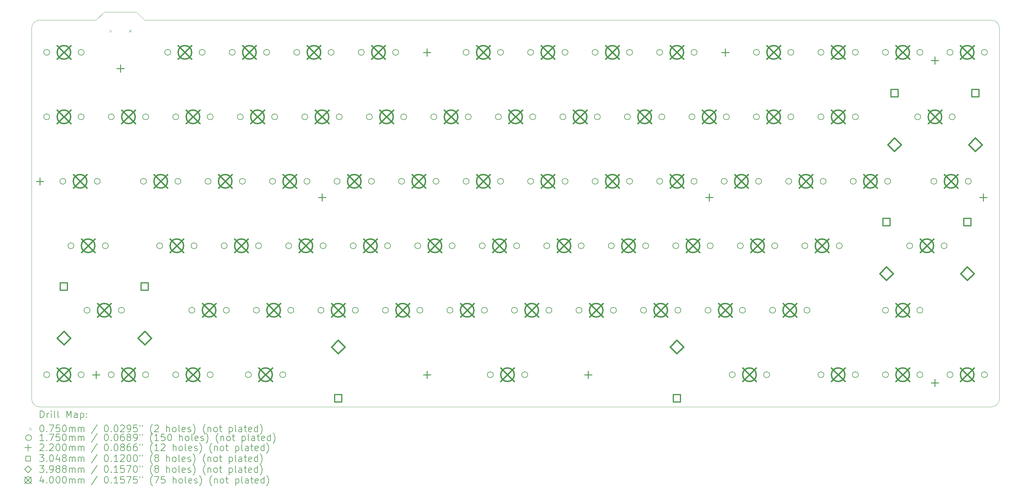
<source format=gbr>
%FSLAX45Y45*%
G04 Gerber Fmt 4.5, Leading zero omitted, Abs format (unit mm)*
G04 Created by KiCad (PCBNEW (6.0.5-0)) date 2022-07-26 23:21:29*
%MOMM*%
%LPD*%
G01*
G04 APERTURE LIST*
%TA.AperFunction,Profile*%
%ADD10C,0.100000*%
%TD*%
%ADD11C,0.200000*%
%ADD12C,0.075001*%
%ADD13C,0.175000*%
%ADD14C,0.220000*%
%ADD15C,0.304800*%
%ADD16C,0.398780*%
%ADD17C,0.400000*%
G04 APERTURE END LIST*
D10*
X1905000Y-13096875D02*
X1905000Y-2143125D01*
X30241875Y-13335000D02*
X2143125Y-13335000D01*
X4048125Y-1666875D02*
X5000625Y-1666875D01*
X30480000Y-2143125D02*
X30480000Y-13096875D01*
X5238750Y-1905000D02*
X30241875Y-1905000D01*
X4048125Y-1666875D02*
X3810000Y-1905000D01*
X2143125Y-1905000D02*
X3810000Y-1905000D01*
X30241875Y-13335000D02*
G75*
G03*
X30480000Y-13096875I-5J238130D01*
G01*
X1905000Y-13096875D02*
G75*
G03*
X2143125Y-13335000I238125J0D01*
G01*
X5000625Y-1666875D02*
X5238750Y-1905000D01*
X2143125Y-1905000D02*
G75*
G03*
X1905000Y-2143125I0J-238125D01*
G01*
X30480000Y-2143125D02*
G75*
G03*
X30241875Y-1905000I-238130J-5D01*
G01*
D11*
D12*
X4196780Y-2193438D02*
X4271782Y-2268439D01*
X4271782Y-2193438D02*
X4196780Y-2268439D01*
X4776765Y-2193438D02*
X4851766Y-2268439D01*
X4851766Y-2193438D02*
X4776765Y-2268439D01*
D13*
X2437000Y-2857500D02*
G75*
G03*
X2437000Y-2857500I-87500J0D01*
G01*
X2437000Y-4762500D02*
G75*
G03*
X2437000Y-4762500I-87500J0D01*
G01*
X2437000Y-12382500D02*
G75*
G03*
X2437000Y-12382500I-87500J0D01*
G01*
X2913250Y-6667500D02*
G75*
G03*
X2913250Y-6667500I-87500J0D01*
G01*
X3151375Y-8572500D02*
G75*
G03*
X3151375Y-8572500I-87500J0D01*
G01*
X3453000Y-2857500D02*
G75*
G03*
X3453000Y-2857500I-87500J0D01*
G01*
X3453000Y-4762500D02*
G75*
G03*
X3453000Y-4762500I-87500J0D01*
G01*
X3453000Y-12382500D02*
G75*
G03*
X3453000Y-12382500I-87500J0D01*
G01*
X3627625Y-10477500D02*
G75*
G03*
X3627625Y-10477500I-87500J0D01*
G01*
X3929250Y-6667500D02*
G75*
G03*
X3929250Y-6667500I-87500J0D01*
G01*
X4167375Y-8572500D02*
G75*
G03*
X4167375Y-8572500I-87500J0D01*
G01*
X4342000Y-4762500D02*
G75*
G03*
X4342000Y-4762500I-87500J0D01*
G01*
X4342000Y-12382500D02*
G75*
G03*
X4342000Y-12382500I-87500J0D01*
G01*
X4643625Y-10477500D02*
G75*
G03*
X4643625Y-10477500I-87500J0D01*
G01*
X5294500Y-6667500D02*
G75*
G03*
X5294500Y-6667500I-87500J0D01*
G01*
X5358000Y-4762500D02*
G75*
G03*
X5358000Y-4762500I-87500J0D01*
G01*
X5358000Y-12382500D02*
G75*
G03*
X5358000Y-12382500I-87500J0D01*
G01*
X5770750Y-8572500D02*
G75*
G03*
X5770750Y-8572500I-87500J0D01*
G01*
X6008875Y-2857500D02*
G75*
G03*
X6008875Y-2857500I-87500J0D01*
G01*
X6247000Y-4762500D02*
G75*
G03*
X6247000Y-4762500I-87500J0D01*
G01*
X6247000Y-12382500D02*
G75*
G03*
X6247000Y-12382500I-87500J0D01*
G01*
X6310500Y-6667500D02*
G75*
G03*
X6310500Y-6667500I-87500J0D01*
G01*
X6723250Y-10477500D02*
G75*
G03*
X6723250Y-10477500I-87500J0D01*
G01*
X6786750Y-8572500D02*
G75*
G03*
X6786750Y-8572500I-87500J0D01*
G01*
X7024875Y-2857500D02*
G75*
G03*
X7024875Y-2857500I-87500J0D01*
G01*
X7199500Y-6667500D02*
G75*
G03*
X7199500Y-6667500I-87500J0D01*
G01*
X7263000Y-4762500D02*
G75*
G03*
X7263000Y-4762500I-87500J0D01*
G01*
X7263000Y-12382500D02*
G75*
G03*
X7263000Y-12382500I-87500J0D01*
G01*
X7675750Y-8572500D02*
G75*
G03*
X7675750Y-8572500I-87500J0D01*
G01*
X7739250Y-10477500D02*
G75*
G03*
X7739250Y-10477500I-87500J0D01*
G01*
X7913875Y-2857500D02*
G75*
G03*
X7913875Y-2857500I-87500J0D01*
G01*
X8152000Y-4762500D02*
G75*
G03*
X8152000Y-4762500I-87500J0D01*
G01*
X8215500Y-6667500D02*
G75*
G03*
X8215500Y-6667500I-87500J0D01*
G01*
X8390125Y-12382500D02*
G75*
G03*
X8390125Y-12382500I-87500J0D01*
G01*
X8628250Y-10477500D02*
G75*
G03*
X8628250Y-10477500I-87500J0D01*
G01*
X8691750Y-8572500D02*
G75*
G03*
X8691750Y-8572500I-87500J0D01*
G01*
X8929875Y-2857500D02*
G75*
G03*
X8929875Y-2857500I-87500J0D01*
G01*
X9104500Y-6667500D02*
G75*
G03*
X9104500Y-6667500I-87500J0D01*
G01*
X9168000Y-4762500D02*
G75*
G03*
X9168000Y-4762500I-87500J0D01*
G01*
X9406125Y-12382500D02*
G75*
G03*
X9406125Y-12382500I-87500J0D01*
G01*
X9580750Y-8572500D02*
G75*
G03*
X9580750Y-8572500I-87500J0D01*
G01*
X9644250Y-10477500D02*
G75*
G03*
X9644250Y-10477500I-87500J0D01*
G01*
X9818875Y-2857500D02*
G75*
G03*
X9818875Y-2857500I-87500J0D01*
G01*
X10057000Y-4762500D02*
G75*
G03*
X10057000Y-4762500I-87500J0D01*
G01*
X10120500Y-6667500D02*
G75*
G03*
X10120500Y-6667500I-87500J0D01*
G01*
X10533250Y-10477500D02*
G75*
G03*
X10533250Y-10477500I-87500J0D01*
G01*
X10596750Y-8572500D02*
G75*
G03*
X10596750Y-8572500I-87500J0D01*
G01*
X10834875Y-2857500D02*
G75*
G03*
X10834875Y-2857500I-87500J0D01*
G01*
X11009500Y-6667500D02*
G75*
G03*
X11009500Y-6667500I-87500J0D01*
G01*
X11073000Y-4762500D02*
G75*
G03*
X11073000Y-4762500I-87500J0D01*
G01*
X11485750Y-8572500D02*
G75*
G03*
X11485750Y-8572500I-87500J0D01*
G01*
X11549250Y-10477500D02*
G75*
G03*
X11549250Y-10477500I-87500J0D01*
G01*
X11723875Y-2857500D02*
G75*
G03*
X11723875Y-2857500I-87500J0D01*
G01*
X11962000Y-4762500D02*
G75*
G03*
X11962000Y-4762500I-87500J0D01*
G01*
X12025500Y-6667500D02*
G75*
G03*
X12025500Y-6667500I-87500J0D01*
G01*
X12438250Y-10477500D02*
G75*
G03*
X12438250Y-10477500I-87500J0D01*
G01*
X12501750Y-8572500D02*
G75*
G03*
X12501750Y-8572500I-87500J0D01*
G01*
X12739875Y-2857500D02*
G75*
G03*
X12739875Y-2857500I-87500J0D01*
G01*
X12914500Y-6667500D02*
G75*
G03*
X12914500Y-6667500I-87500J0D01*
G01*
X12978000Y-4762500D02*
G75*
G03*
X12978000Y-4762500I-87500J0D01*
G01*
X13390750Y-8572500D02*
G75*
G03*
X13390750Y-8572500I-87500J0D01*
G01*
X13454250Y-10477500D02*
G75*
G03*
X13454250Y-10477500I-87500J0D01*
G01*
X13867000Y-4762500D02*
G75*
G03*
X13867000Y-4762500I-87500J0D01*
G01*
X13930500Y-6667500D02*
G75*
G03*
X13930500Y-6667500I-87500J0D01*
G01*
X14343250Y-10477500D02*
G75*
G03*
X14343250Y-10477500I-87500J0D01*
G01*
X14406750Y-8572500D02*
G75*
G03*
X14406750Y-8572500I-87500J0D01*
G01*
X14819500Y-2857500D02*
G75*
G03*
X14819500Y-2857500I-87500J0D01*
G01*
X14819500Y-6667500D02*
G75*
G03*
X14819500Y-6667500I-87500J0D01*
G01*
X14883000Y-4762500D02*
G75*
G03*
X14883000Y-4762500I-87500J0D01*
G01*
X15295750Y-8572500D02*
G75*
G03*
X15295750Y-8572500I-87500J0D01*
G01*
X15359250Y-10477500D02*
G75*
G03*
X15359250Y-10477500I-87500J0D01*
G01*
X15533875Y-12382500D02*
G75*
G03*
X15533875Y-12382500I-87500J0D01*
G01*
X15772000Y-4762500D02*
G75*
G03*
X15772000Y-4762500I-87500J0D01*
G01*
X15835500Y-2857500D02*
G75*
G03*
X15835500Y-2857500I-87500J0D01*
G01*
X15835500Y-6667500D02*
G75*
G03*
X15835500Y-6667500I-87500J0D01*
G01*
X16248250Y-10477500D02*
G75*
G03*
X16248250Y-10477500I-87500J0D01*
G01*
X16311750Y-8572500D02*
G75*
G03*
X16311750Y-8572500I-87500J0D01*
G01*
X16549875Y-12382500D02*
G75*
G03*
X16549875Y-12382500I-87500J0D01*
G01*
X16724500Y-2857500D02*
G75*
G03*
X16724500Y-2857500I-87500J0D01*
G01*
X16724500Y-6667500D02*
G75*
G03*
X16724500Y-6667500I-87500J0D01*
G01*
X16788000Y-4762500D02*
G75*
G03*
X16788000Y-4762500I-87500J0D01*
G01*
X17200750Y-8572500D02*
G75*
G03*
X17200750Y-8572500I-87500J0D01*
G01*
X17264250Y-10477500D02*
G75*
G03*
X17264250Y-10477500I-87500J0D01*
G01*
X17677000Y-4762500D02*
G75*
G03*
X17677000Y-4762500I-87500J0D01*
G01*
X17740500Y-2857500D02*
G75*
G03*
X17740500Y-2857500I-87500J0D01*
G01*
X17740500Y-6667500D02*
G75*
G03*
X17740500Y-6667500I-87500J0D01*
G01*
X18153250Y-10477500D02*
G75*
G03*
X18153250Y-10477500I-87500J0D01*
G01*
X18216750Y-8572500D02*
G75*
G03*
X18216750Y-8572500I-87500J0D01*
G01*
X18629500Y-2857500D02*
G75*
G03*
X18629500Y-2857500I-87500J0D01*
G01*
X18629500Y-6667500D02*
G75*
G03*
X18629500Y-6667500I-87500J0D01*
G01*
X18693000Y-4762500D02*
G75*
G03*
X18693000Y-4762500I-87500J0D01*
G01*
X19105750Y-8572500D02*
G75*
G03*
X19105750Y-8572500I-87500J0D01*
G01*
X19169250Y-10477500D02*
G75*
G03*
X19169250Y-10477500I-87500J0D01*
G01*
X19582000Y-4762500D02*
G75*
G03*
X19582000Y-4762500I-87500J0D01*
G01*
X19645500Y-2857500D02*
G75*
G03*
X19645500Y-2857500I-87500J0D01*
G01*
X19645500Y-6667500D02*
G75*
G03*
X19645500Y-6667500I-87500J0D01*
G01*
X20058250Y-10477500D02*
G75*
G03*
X20058250Y-10477500I-87500J0D01*
G01*
X20121750Y-8572500D02*
G75*
G03*
X20121750Y-8572500I-87500J0D01*
G01*
X20534500Y-2857500D02*
G75*
G03*
X20534500Y-2857500I-87500J0D01*
G01*
X20534500Y-6667500D02*
G75*
G03*
X20534500Y-6667500I-87500J0D01*
G01*
X20598000Y-4762500D02*
G75*
G03*
X20598000Y-4762500I-87500J0D01*
G01*
X21010750Y-8572500D02*
G75*
G03*
X21010750Y-8572500I-87500J0D01*
G01*
X21074250Y-10477500D02*
G75*
G03*
X21074250Y-10477500I-87500J0D01*
G01*
X21487000Y-4762500D02*
G75*
G03*
X21487000Y-4762500I-87500J0D01*
G01*
X21550500Y-2857500D02*
G75*
G03*
X21550500Y-2857500I-87500J0D01*
G01*
X21550500Y-6667500D02*
G75*
G03*
X21550500Y-6667500I-87500J0D01*
G01*
X21963250Y-10477500D02*
G75*
G03*
X21963250Y-10477500I-87500J0D01*
G01*
X22026750Y-8572500D02*
G75*
G03*
X22026750Y-8572500I-87500J0D01*
G01*
X22439500Y-6667500D02*
G75*
G03*
X22439500Y-6667500I-87500J0D01*
G01*
X22503000Y-4762500D02*
G75*
G03*
X22503000Y-4762500I-87500J0D01*
G01*
X22677625Y-12382500D02*
G75*
G03*
X22677625Y-12382500I-87500J0D01*
G01*
X22915750Y-8572500D02*
G75*
G03*
X22915750Y-8572500I-87500J0D01*
G01*
X22979250Y-10477500D02*
G75*
G03*
X22979250Y-10477500I-87500J0D01*
G01*
X23392000Y-2857500D02*
G75*
G03*
X23392000Y-2857500I-87500J0D01*
G01*
X23392000Y-4762500D02*
G75*
G03*
X23392000Y-4762500I-87500J0D01*
G01*
X23455500Y-6667500D02*
G75*
G03*
X23455500Y-6667500I-87500J0D01*
G01*
X23693625Y-12382500D02*
G75*
G03*
X23693625Y-12382500I-87500J0D01*
G01*
X23868250Y-10477500D02*
G75*
G03*
X23868250Y-10477500I-87500J0D01*
G01*
X23931750Y-8572500D02*
G75*
G03*
X23931750Y-8572500I-87500J0D01*
G01*
X24344500Y-6667500D02*
G75*
G03*
X24344500Y-6667500I-87500J0D01*
G01*
X24408000Y-2857500D02*
G75*
G03*
X24408000Y-2857500I-87500J0D01*
G01*
X24408000Y-4762500D02*
G75*
G03*
X24408000Y-4762500I-87500J0D01*
G01*
X24820750Y-8572500D02*
G75*
G03*
X24820750Y-8572500I-87500J0D01*
G01*
X24884250Y-10477500D02*
G75*
G03*
X24884250Y-10477500I-87500J0D01*
G01*
X25297000Y-2857500D02*
G75*
G03*
X25297000Y-2857500I-87500J0D01*
G01*
X25297000Y-4762500D02*
G75*
G03*
X25297000Y-4762500I-87500J0D01*
G01*
X25297000Y-12382500D02*
G75*
G03*
X25297000Y-12382500I-87500J0D01*
G01*
X25360500Y-6667500D02*
G75*
G03*
X25360500Y-6667500I-87500J0D01*
G01*
X25836750Y-8572500D02*
G75*
G03*
X25836750Y-8572500I-87500J0D01*
G01*
X26249500Y-6667500D02*
G75*
G03*
X26249500Y-6667500I-87500J0D01*
G01*
X26313000Y-2857500D02*
G75*
G03*
X26313000Y-2857500I-87500J0D01*
G01*
X26313000Y-4762500D02*
G75*
G03*
X26313000Y-4762500I-87500J0D01*
G01*
X26313000Y-12382500D02*
G75*
G03*
X26313000Y-12382500I-87500J0D01*
G01*
X27202000Y-2857500D02*
G75*
G03*
X27202000Y-2857500I-87500J0D01*
G01*
X27202000Y-10477500D02*
G75*
G03*
X27202000Y-10477500I-87500J0D01*
G01*
X27202000Y-12382500D02*
G75*
G03*
X27202000Y-12382500I-87500J0D01*
G01*
X27265500Y-6667500D02*
G75*
G03*
X27265500Y-6667500I-87500J0D01*
G01*
X27916375Y-8572500D02*
G75*
G03*
X27916375Y-8572500I-87500J0D01*
G01*
X28154500Y-4762500D02*
G75*
G03*
X28154500Y-4762500I-87500J0D01*
G01*
X28218000Y-2857500D02*
G75*
G03*
X28218000Y-2857500I-87500J0D01*
G01*
X28218000Y-10477500D02*
G75*
G03*
X28218000Y-10477500I-87500J0D01*
G01*
X28218000Y-12382500D02*
G75*
G03*
X28218000Y-12382500I-87500J0D01*
G01*
X28630750Y-6667500D02*
G75*
G03*
X28630750Y-6667500I-87500J0D01*
G01*
X28932375Y-8572500D02*
G75*
G03*
X28932375Y-8572500I-87500J0D01*
G01*
X29107000Y-2857500D02*
G75*
G03*
X29107000Y-2857500I-87500J0D01*
G01*
X29107000Y-12382500D02*
G75*
G03*
X29107000Y-12382500I-87500J0D01*
G01*
X29170500Y-4762500D02*
G75*
G03*
X29170500Y-4762500I-87500J0D01*
G01*
X29646750Y-6667500D02*
G75*
G03*
X29646750Y-6667500I-87500J0D01*
G01*
X30123000Y-2857500D02*
G75*
G03*
X30123000Y-2857500I-87500J0D01*
G01*
X30123000Y-12382500D02*
G75*
G03*
X30123000Y-12382500I-87500J0D01*
G01*
D14*
X2143125Y-6557500D02*
X2143125Y-6777500D01*
X2033125Y-6667500D02*
X2253125Y-6667500D01*
X3810000Y-12272500D02*
X3810000Y-12492500D01*
X3700000Y-12382500D02*
X3920000Y-12382500D01*
X4524375Y-3223750D02*
X4524375Y-3443750D01*
X4414375Y-3333750D02*
X4634375Y-3333750D01*
X10477500Y-7033750D02*
X10477500Y-7253750D01*
X10367500Y-7143750D02*
X10587500Y-7143750D01*
X13573125Y-2747500D02*
X13573125Y-2967500D01*
X13463125Y-2857500D02*
X13683125Y-2857500D01*
X13573125Y-12272500D02*
X13573125Y-12492500D01*
X13463125Y-12382500D02*
X13683125Y-12382500D01*
X18335625Y-12272500D02*
X18335625Y-12492500D01*
X18225625Y-12382500D02*
X18445625Y-12382500D01*
X21907500Y-7033750D02*
X21907500Y-7253750D01*
X21797500Y-7143750D02*
X22017500Y-7143750D01*
X22383750Y-2747500D02*
X22383750Y-2967500D01*
X22273750Y-2857500D02*
X22493750Y-2857500D01*
X28575000Y-2985625D02*
X28575000Y-3205625D01*
X28465000Y-3095625D02*
X28685000Y-3095625D01*
X28575000Y-12510625D02*
X28575000Y-12730625D01*
X28465000Y-12620625D02*
X28685000Y-12620625D01*
X30003750Y-7033750D02*
X30003750Y-7253750D01*
X29893750Y-7143750D02*
X30113750Y-7143750D01*
D15*
X2962089Y-9886764D02*
X2962089Y-9671236D01*
X2746561Y-9671236D01*
X2746561Y-9886764D01*
X2962089Y-9886764D01*
X5349689Y-9886764D02*
X5349689Y-9671236D01*
X5134161Y-9671236D01*
X5134161Y-9886764D01*
X5349689Y-9886764D01*
X11062139Y-13188764D02*
X11062139Y-12973236D01*
X10846611Y-12973236D01*
X10846611Y-13188764D01*
X11062139Y-13188764D01*
X21062139Y-13188764D02*
X21062139Y-12973236D01*
X20846611Y-12973236D01*
X20846611Y-13188764D01*
X21062139Y-13188764D01*
X27250839Y-7981764D02*
X27250839Y-7766236D01*
X27035311Y-7766236D01*
X27035311Y-7981764D01*
X27250839Y-7981764D01*
X27488964Y-4171764D02*
X27488964Y-3956236D01*
X27273436Y-3956236D01*
X27273436Y-4171764D01*
X27488964Y-4171764D01*
X29638439Y-7981764D02*
X29638439Y-7766236D01*
X29422911Y-7766236D01*
X29422911Y-7981764D01*
X29638439Y-7981764D01*
X29876564Y-4171764D02*
X29876564Y-3956236D01*
X29661036Y-3956236D01*
X29661036Y-4171764D01*
X29876564Y-4171764D01*
D16*
X2854325Y-11499390D02*
X3053715Y-11300000D01*
X2854325Y-11100610D01*
X2654935Y-11300000D01*
X2854325Y-11499390D01*
X5241925Y-11499390D02*
X5441315Y-11300000D01*
X5241925Y-11100610D01*
X5042535Y-11300000D01*
X5241925Y-11499390D01*
X10954375Y-11759390D02*
X11153765Y-11560000D01*
X10954375Y-11360610D01*
X10754985Y-11560000D01*
X10954375Y-11759390D01*
X20954375Y-11759390D02*
X21153765Y-11560000D01*
X20954375Y-11360610D01*
X20754985Y-11560000D01*
X20954375Y-11759390D01*
X27143075Y-9594390D02*
X27342465Y-9395000D01*
X27143075Y-9195610D01*
X26943685Y-9395000D01*
X27143075Y-9594390D01*
X27381200Y-5784390D02*
X27580590Y-5585000D01*
X27381200Y-5385610D01*
X27181810Y-5585000D01*
X27381200Y-5784390D01*
X29530675Y-9594390D02*
X29730065Y-9395000D01*
X29530675Y-9195610D01*
X29331285Y-9395000D01*
X29530675Y-9594390D01*
X29768800Y-5784390D02*
X29968190Y-5585000D01*
X29768800Y-5385610D01*
X29569410Y-5585000D01*
X29768800Y-5784390D01*
D17*
X2657500Y-2657500D02*
X3057500Y-3057500D01*
X3057500Y-2657500D02*
X2657500Y-3057500D01*
X3057500Y-2857500D02*
G75*
G03*
X3057500Y-2857500I-200000J0D01*
G01*
X2657500Y-4562500D02*
X3057500Y-4962500D01*
X3057500Y-4562500D02*
X2657500Y-4962500D01*
X3057500Y-4762500D02*
G75*
G03*
X3057500Y-4762500I-200000J0D01*
G01*
X2657500Y-12182500D02*
X3057500Y-12582500D01*
X3057500Y-12182500D02*
X2657500Y-12582500D01*
X3057500Y-12382500D02*
G75*
G03*
X3057500Y-12382500I-200000J0D01*
G01*
X3133750Y-6467500D02*
X3533750Y-6867500D01*
X3533750Y-6467500D02*
X3133750Y-6867500D01*
X3533750Y-6667500D02*
G75*
G03*
X3533750Y-6667500I-200000J0D01*
G01*
X3371875Y-8372500D02*
X3771875Y-8772500D01*
X3771875Y-8372500D02*
X3371875Y-8772500D01*
X3771875Y-8572500D02*
G75*
G03*
X3771875Y-8572500I-200000J0D01*
G01*
X3848125Y-10277500D02*
X4248125Y-10677500D01*
X4248125Y-10277500D02*
X3848125Y-10677500D01*
X4248125Y-10477500D02*
G75*
G03*
X4248125Y-10477500I-200000J0D01*
G01*
X4562500Y-4562500D02*
X4962500Y-4962500D01*
X4962500Y-4562500D02*
X4562500Y-4962500D01*
X4962500Y-4762500D02*
G75*
G03*
X4962500Y-4762500I-200000J0D01*
G01*
X4562500Y-12182500D02*
X4962500Y-12582500D01*
X4962500Y-12182500D02*
X4562500Y-12582500D01*
X4962500Y-12382500D02*
G75*
G03*
X4962500Y-12382500I-200000J0D01*
G01*
X5515000Y-6467500D02*
X5915000Y-6867500D01*
X5915000Y-6467500D02*
X5515000Y-6867500D01*
X5915000Y-6667500D02*
G75*
G03*
X5915000Y-6667500I-200000J0D01*
G01*
X5991250Y-8372500D02*
X6391250Y-8772500D01*
X6391250Y-8372500D02*
X5991250Y-8772500D01*
X6391250Y-8572500D02*
G75*
G03*
X6391250Y-8572500I-200000J0D01*
G01*
X6229375Y-2657500D02*
X6629375Y-3057500D01*
X6629375Y-2657500D02*
X6229375Y-3057500D01*
X6629375Y-2857500D02*
G75*
G03*
X6629375Y-2857500I-200000J0D01*
G01*
X6467500Y-4562500D02*
X6867500Y-4962500D01*
X6867500Y-4562500D02*
X6467500Y-4962500D01*
X6867500Y-4762500D02*
G75*
G03*
X6867500Y-4762500I-200000J0D01*
G01*
X6467500Y-12182500D02*
X6867500Y-12582500D01*
X6867500Y-12182500D02*
X6467500Y-12582500D01*
X6867500Y-12382500D02*
G75*
G03*
X6867500Y-12382500I-200000J0D01*
G01*
X6943750Y-10277500D02*
X7343750Y-10677500D01*
X7343750Y-10277500D02*
X6943750Y-10677500D01*
X7343750Y-10477500D02*
G75*
G03*
X7343750Y-10477500I-200000J0D01*
G01*
X7420000Y-6467500D02*
X7820000Y-6867500D01*
X7820000Y-6467500D02*
X7420000Y-6867500D01*
X7820000Y-6667500D02*
G75*
G03*
X7820000Y-6667500I-200000J0D01*
G01*
X7896250Y-8372500D02*
X8296250Y-8772500D01*
X8296250Y-8372500D02*
X7896250Y-8772500D01*
X8296250Y-8572500D02*
G75*
G03*
X8296250Y-8572500I-200000J0D01*
G01*
X8134375Y-2657500D02*
X8534375Y-3057500D01*
X8534375Y-2657500D02*
X8134375Y-3057500D01*
X8534375Y-2857500D02*
G75*
G03*
X8534375Y-2857500I-200000J0D01*
G01*
X8372500Y-4562500D02*
X8772500Y-4962500D01*
X8772500Y-4562500D02*
X8372500Y-4962500D01*
X8772500Y-4762500D02*
G75*
G03*
X8772500Y-4762500I-200000J0D01*
G01*
X8610625Y-12182500D02*
X9010625Y-12582500D01*
X9010625Y-12182500D02*
X8610625Y-12582500D01*
X9010625Y-12382500D02*
G75*
G03*
X9010625Y-12382500I-200000J0D01*
G01*
X8848750Y-10277500D02*
X9248750Y-10677500D01*
X9248750Y-10277500D02*
X8848750Y-10677500D01*
X9248750Y-10477500D02*
G75*
G03*
X9248750Y-10477500I-200000J0D01*
G01*
X9325000Y-6467500D02*
X9725000Y-6867500D01*
X9725000Y-6467500D02*
X9325000Y-6867500D01*
X9725000Y-6667500D02*
G75*
G03*
X9725000Y-6667500I-200000J0D01*
G01*
X9801250Y-8372500D02*
X10201250Y-8772500D01*
X10201250Y-8372500D02*
X9801250Y-8772500D01*
X10201250Y-8572500D02*
G75*
G03*
X10201250Y-8572500I-200000J0D01*
G01*
X10039375Y-2657500D02*
X10439375Y-3057500D01*
X10439375Y-2657500D02*
X10039375Y-3057500D01*
X10439375Y-2857500D02*
G75*
G03*
X10439375Y-2857500I-200000J0D01*
G01*
X10277500Y-4562500D02*
X10677500Y-4962500D01*
X10677500Y-4562500D02*
X10277500Y-4962500D01*
X10677500Y-4762500D02*
G75*
G03*
X10677500Y-4762500I-200000J0D01*
G01*
X10753750Y-10277500D02*
X11153750Y-10677500D01*
X11153750Y-10277500D02*
X10753750Y-10677500D01*
X11153750Y-10477500D02*
G75*
G03*
X11153750Y-10477500I-200000J0D01*
G01*
X11230000Y-6467500D02*
X11630000Y-6867500D01*
X11630000Y-6467500D02*
X11230000Y-6867500D01*
X11630000Y-6667500D02*
G75*
G03*
X11630000Y-6667500I-200000J0D01*
G01*
X11706250Y-8372500D02*
X12106250Y-8772500D01*
X12106250Y-8372500D02*
X11706250Y-8772500D01*
X12106250Y-8572500D02*
G75*
G03*
X12106250Y-8572500I-200000J0D01*
G01*
X11944375Y-2657500D02*
X12344375Y-3057500D01*
X12344375Y-2657500D02*
X11944375Y-3057500D01*
X12344375Y-2857500D02*
G75*
G03*
X12344375Y-2857500I-200000J0D01*
G01*
X12182500Y-4562500D02*
X12582500Y-4962500D01*
X12582500Y-4562500D02*
X12182500Y-4962500D01*
X12582500Y-4762500D02*
G75*
G03*
X12582500Y-4762500I-200000J0D01*
G01*
X12658750Y-10277500D02*
X13058750Y-10677500D01*
X13058750Y-10277500D02*
X12658750Y-10677500D01*
X13058750Y-10477500D02*
G75*
G03*
X13058750Y-10477500I-200000J0D01*
G01*
X13135000Y-6467500D02*
X13535000Y-6867500D01*
X13535000Y-6467500D02*
X13135000Y-6867500D01*
X13535000Y-6667500D02*
G75*
G03*
X13535000Y-6667500I-200000J0D01*
G01*
X13611250Y-8372500D02*
X14011250Y-8772500D01*
X14011250Y-8372500D02*
X13611250Y-8772500D01*
X14011250Y-8572500D02*
G75*
G03*
X14011250Y-8572500I-200000J0D01*
G01*
X14087500Y-4562500D02*
X14487500Y-4962500D01*
X14487500Y-4562500D02*
X14087500Y-4962500D01*
X14487500Y-4762500D02*
G75*
G03*
X14487500Y-4762500I-200000J0D01*
G01*
X14563750Y-10277500D02*
X14963750Y-10677500D01*
X14963750Y-10277500D02*
X14563750Y-10677500D01*
X14963750Y-10477500D02*
G75*
G03*
X14963750Y-10477500I-200000J0D01*
G01*
X15040000Y-2657500D02*
X15440000Y-3057500D01*
X15440000Y-2657500D02*
X15040000Y-3057500D01*
X15440000Y-2857500D02*
G75*
G03*
X15440000Y-2857500I-200000J0D01*
G01*
X15040000Y-6467500D02*
X15440000Y-6867500D01*
X15440000Y-6467500D02*
X15040000Y-6867500D01*
X15440000Y-6667500D02*
G75*
G03*
X15440000Y-6667500I-200000J0D01*
G01*
X15516250Y-8372500D02*
X15916250Y-8772500D01*
X15916250Y-8372500D02*
X15516250Y-8772500D01*
X15916250Y-8572500D02*
G75*
G03*
X15916250Y-8572500I-200000J0D01*
G01*
X15754375Y-12182500D02*
X16154375Y-12582500D01*
X16154375Y-12182500D02*
X15754375Y-12582500D01*
X16154375Y-12382500D02*
G75*
G03*
X16154375Y-12382500I-200000J0D01*
G01*
X15992500Y-4562500D02*
X16392500Y-4962500D01*
X16392500Y-4562500D02*
X15992500Y-4962500D01*
X16392500Y-4762500D02*
G75*
G03*
X16392500Y-4762500I-200000J0D01*
G01*
X16468750Y-10277500D02*
X16868750Y-10677500D01*
X16868750Y-10277500D02*
X16468750Y-10677500D01*
X16868750Y-10477500D02*
G75*
G03*
X16868750Y-10477500I-200000J0D01*
G01*
X16945000Y-2657500D02*
X17345000Y-3057500D01*
X17345000Y-2657500D02*
X16945000Y-3057500D01*
X17345000Y-2857500D02*
G75*
G03*
X17345000Y-2857500I-200000J0D01*
G01*
X16945000Y-6467500D02*
X17345000Y-6867500D01*
X17345000Y-6467500D02*
X16945000Y-6867500D01*
X17345000Y-6667500D02*
G75*
G03*
X17345000Y-6667500I-200000J0D01*
G01*
X17421250Y-8372500D02*
X17821250Y-8772500D01*
X17821250Y-8372500D02*
X17421250Y-8772500D01*
X17821250Y-8572500D02*
G75*
G03*
X17821250Y-8572500I-200000J0D01*
G01*
X17897500Y-4562500D02*
X18297500Y-4962500D01*
X18297500Y-4562500D02*
X17897500Y-4962500D01*
X18297500Y-4762500D02*
G75*
G03*
X18297500Y-4762500I-200000J0D01*
G01*
X18373750Y-10277500D02*
X18773750Y-10677500D01*
X18773750Y-10277500D02*
X18373750Y-10677500D01*
X18773750Y-10477500D02*
G75*
G03*
X18773750Y-10477500I-200000J0D01*
G01*
X18850000Y-2657500D02*
X19250000Y-3057500D01*
X19250000Y-2657500D02*
X18850000Y-3057500D01*
X19250000Y-2857500D02*
G75*
G03*
X19250000Y-2857500I-200000J0D01*
G01*
X18850000Y-6467500D02*
X19250000Y-6867500D01*
X19250000Y-6467500D02*
X18850000Y-6867500D01*
X19250000Y-6667500D02*
G75*
G03*
X19250000Y-6667500I-200000J0D01*
G01*
X19326250Y-8372500D02*
X19726250Y-8772500D01*
X19726250Y-8372500D02*
X19326250Y-8772500D01*
X19726250Y-8572500D02*
G75*
G03*
X19726250Y-8572500I-200000J0D01*
G01*
X19802500Y-4562500D02*
X20202500Y-4962500D01*
X20202500Y-4562500D02*
X19802500Y-4962500D01*
X20202500Y-4762500D02*
G75*
G03*
X20202500Y-4762500I-200000J0D01*
G01*
X20278750Y-10277500D02*
X20678750Y-10677500D01*
X20678750Y-10277500D02*
X20278750Y-10677500D01*
X20678750Y-10477500D02*
G75*
G03*
X20678750Y-10477500I-200000J0D01*
G01*
X20755000Y-2657500D02*
X21155000Y-3057500D01*
X21155000Y-2657500D02*
X20755000Y-3057500D01*
X21155000Y-2857500D02*
G75*
G03*
X21155000Y-2857500I-200000J0D01*
G01*
X20755000Y-6467500D02*
X21155000Y-6867500D01*
X21155000Y-6467500D02*
X20755000Y-6867500D01*
X21155000Y-6667500D02*
G75*
G03*
X21155000Y-6667500I-200000J0D01*
G01*
X21231250Y-8372500D02*
X21631250Y-8772500D01*
X21631250Y-8372500D02*
X21231250Y-8772500D01*
X21631250Y-8572500D02*
G75*
G03*
X21631250Y-8572500I-200000J0D01*
G01*
X21707500Y-4562500D02*
X22107500Y-4962500D01*
X22107500Y-4562500D02*
X21707500Y-4962500D01*
X22107500Y-4762500D02*
G75*
G03*
X22107500Y-4762500I-200000J0D01*
G01*
X22183750Y-10277500D02*
X22583750Y-10677500D01*
X22583750Y-10277500D02*
X22183750Y-10677500D01*
X22583750Y-10477500D02*
G75*
G03*
X22583750Y-10477500I-200000J0D01*
G01*
X22660000Y-6467500D02*
X23060000Y-6867500D01*
X23060000Y-6467500D02*
X22660000Y-6867500D01*
X23060000Y-6667500D02*
G75*
G03*
X23060000Y-6667500I-200000J0D01*
G01*
X22898125Y-12182500D02*
X23298125Y-12582500D01*
X23298125Y-12182500D02*
X22898125Y-12582500D01*
X23298125Y-12382500D02*
G75*
G03*
X23298125Y-12382500I-200000J0D01*
G01*
X23136250Y-8372500D02*
X23536250Y-8772500D01*
X23536250Y-8372500D02*
X23136250Y-8772500D01*
X23536250Y-8572500D02*
G75*
G03*
X23536250Y-8572500I-200000J0D01*
G01*
X23612500Y-2657500D02*
X24012500Y-3057500D01*
X24012500Y-2657500D02*
X23612500Y-3057500D01*
X24012500Y-2857500D02*
G75*
G03*
X24012500Y-2857500I-200000J0D01*
G01*
X23612500Y-4562500D02*
X24012500Y-4962500D01*
X24012500Y-4562500D02*
X23612500Y-4962500D01*
X24012500Y-4762500D02*
G75*
G03*
X24012500Y-4762500I-200000J0D01*
G01*
X24088750Y-10277500D02*
X24488750Y-10677500D01*
X24488750Y-10277500D02*
X24088750Y-10677500D01*
X24488750Y-10477500D02*
G75*
G03*
X24488750Y-10477500I-200000J0D01*
G01*
X24565000Y-6467500D02*
X24965000Y-6867500D01*
X24965000Y-6467500D02*
X24565000Y-6867500D01*
X24965000Y-6667500D02*
G75*
G03*
X24965000Y-6667500I-200000J0D01*
G01*
X25041250Y-8372500D02*
X25441250Y-8772500D01*
X25441250Y-8372500D02*
X25041250Y-8772500D01*
X25441250Y-8572500D02*
G75*
G03*
X25441250Y-8572500I-200000J0D01*
G01*
X25517500Y-2657500D02*
X25917500Y-3057500D01*
X25917500Y-2657500D02*
X25517500Y-3057500D01*
X25917500Y-2857500D02*
G75*
G03*
X25917500Y-2857500I-200000J0D01*
G01*
X25517500Y-4562500D02*
X25917500Y-4962500D01*
X25917500Y-4562500D02*
X25517500Y-4962500D01*
X25917500Y-4762500D02*
G75*
G03*
X25917500Y-4762500I-200000J0D01*
G01*
X25517500Y-12182500D02*
X25917500Y-12582500D01*
X25917500Y-12182500D02*
X25517500Y-12582500D01*
X25917500Y-12382500D02*
G75*
G03*
X25917500Y-12382500I-200000J0D01*
G01*
X26470000Y-6467500D02*
X26870000Y-6867500D01*
X26870000Y-6467500D02*
X26470000Y-6867500D01*
X26870000Y-6667500D02*
G75*
G03*
X26870000Y-6667500I-200000J0D01*
G01*
X27422500Y-2657500D02*
X27822500Y-3057500D01*
X27822500Y-2657500D02*
X27422500Y-3057500D01*
X27822500Y-2857500D02*
G75*
G03*
X27822500Y-2857500I-200000J0D01*
G01*
X27422500Y-10277500D02*
X27822500Y-10677500D01*
X27822500Y-10277500D02*
X27422500Y-10677500D01*
X27822500Y-10477500D02*
G75*
G03*
X27822500Y-10477500I-200000J0D01*
G01*
X27422500Y-12182500D02*
X27822500Y-12582500D01*
X27822500Y-12182500D02*
X27422500Y-12582500D01*
X27822500Y-12382500D02*
G75*
G03*
X27822500Y-12382500I-200000J0D01*
G01*
X28136875Y-8372500D02*
X28536875Y-8772500D01*
X28536875Y-8372500D02*
X28136875Y-8772500D01*
X28536875Y-8572500D02*
G75*
G03*
X28536875Y-8572500I-200000J0D01*
G01*
X28375000Y-4562500D02*
X28775000Y-4962500D01*
X28775000Y-4562500D02*
X28375000Y-4962500D01*
X28775000Y-4762500D02*
G75*
G03*
X28775000Y-4762500I-200000J0D01*
G01*
X28851250Y-6467500D02*
X29251250Y-6867500D01*
X29251250Y-6467500D02*
X28851250Y-6867500D01*
X29251250Y-6667500D02*
G75*
G03*
X29251250Y-6667500I-200000J0D01*
G01*
X29327500Y-2657500D02*
X29727500Y-3057500D01*
X29727500Y-2657500D02*
X29327500Y-3057500D01*
X29727500Y-2857500D02*
G75*
G03*
X29727500Y-2857500I-200000J0D01*
G01*
X29327500Y-12182500D02*
X29727500Y-12582500D01*
X29727500Y-12182500D02*
X29327500Y-12582500D01*
X29727500Y-12382500D02*
G75*
G03*
X29727500Y-12382500I-200000J0D01*
G01*
D11*
X2157619Y-13650476D02*
X2157619Y-13450476D01*
X2205238Y-13450476D01*
X2233810Y-13460000D01*
X2252857Y-13479048D01*
X2262381Y-13498095D01*
X2271905Y-13536190D01*
X2271905Y-13564762D01*
X2262381Y-13602857D01*
X2252857Y-13621905D01*
X2233810Y-13640952D01*
X2205238Y-13650476D01*
X2157619Y-13650476D01*
X2357619Y-13650476D02*
X2357619Y-13517143D01*
X2357619Y-13555238D02*
X2367143Y-13536190D01*
X2376667Y-13526667D01*
X2395714Y-13517143D01*
X2414762Y-13517143D01*
X2481429Y-13650476D02*
X2481429Y-13517143D01*
X2481429Y-13450476D02*
X2471905Y-13460000D01*
X2481429Y-13469524D01*
X2490952Y-13460000D01*
X2481429Y-13450476D01*
X2481429Y-13469524D01*
X2605238Y-13650476D02*
X2586190Y-13640952D01*
X2576667Y-13621905D01*
X2576667Y-13450476D01*
X2710000Y-13650476D02*
X2690952Y-13640952D01*
X2681429Y-13621905D01*
X2681429Y-13450476D01*
X2938571Y-13650476D02*
X2938571Y-13450476D01*
X3005238Y-13593333D01*
X3071905Y-13450476D01*
X3071905Y-13650476D01*
X3252857Y-13650476D02*
X3252857Y-13545714D01*
X3243333Y-13526667D01*
X3224286Y-13517143D01*
X3186190Y-13517143D01*
X3167143Y-13526667D01*
X3252857Y-13640952D02*
X3233809Y-13650476D01*
X3186190Y-13650476D01*
X3167143Y-13640952D01*
X3157619Y-13621905D01*
X3157619Y-13602857D01*
X3167143Y-13583809D01*
X3186190Y-13574286D01*
X3233809Y-13574286D01*
X3252857Y-13564762D01*
X3348095Y-13517143D02*
X3348095Y-13717143D01*
X3348095Y-13526667D02*
X3367143Y-13517143D01*
X3405238Y-13517143D01*
X3424286Y-13526667D01*
X3433809Y-13536190D01*
X3443333Y-13555238D01*
X3443333Y-13612381D01*
X3433809Y-13631428D01*
X3424286Y-13640952D01*
X3405238Y-13650476D01*
X3367143Y-13650476D01*
X3348095Y-13640952D01*
X3529048Y-13631428D02*
X3538571Y-13640952D01*
X3529048Y-13650476D01*
X3519524Y-13640952D01*
X3529048Y-13631428D01*
X3529048Y-13650476D01*
X3529048Y-13526667D02*
X3538571Y-13536190D01*
X3529048Y-13545714D01*
X3519524Y-13536190D01*
X3529048Y-13526667D01*
X3529048Y-13545714D01*
D12*
X1824999Y-13942499D02*
X1900000Y-14017501D01*
X1900000Y-13942499D02*
X1824999Y-14017501D01*
D11*
X2195714Y-13870476D02*
X2214762Y-13870476D01*
X2233810Y-13880000D01*
X2243333Y-13889524D01*
X2252857Y-13908571D01*
X2262381Y-13946667D01*
X2262381Y-13994286D01*
X2252857Y-14032381D01*
X2243333Y-14051428D01*
X2233810Y-14060952D01*
X2214762Y-14070476D01*
X2195714Y-14070476D01*
X2176667Y-14060952D01*
X2167143Y-14051428D01*
X2157619Y-14032381D01*
X2148095Y-13994286D01*
X2148095Y-13946667D01*
X2157619Y-13908571D01*
X2167143Y-13889524D01*
X2176667Y-13880000D01*
X2195714Y-13870476D01*
X2348095Y-14051428D02*
X2357619Y-14060952D01*
X2348095Y-14070476D01*
X2338571Y-14060952D01*
X2348095Y-14051428D01*
X2348095Y-14070476D01*
X2424286Y-13870476D02*
X2557619Y-13870476D01*
X2471905Y-14070476D01*
X2729048Y-13870476D02*
X2633810Y-13870476D01*
X2624286Y-13965714D01*
X2633810Y-13956190D01*
X2652857Y-13946667D01*
X2700476Y-13946667D01*
X2719524Y-13956190D01*
X2729048Y-13965714D01*
X2738571Y-13984762D01*
X2738571Y-14032381D01*
X2729048Y-14051428D01*
X2719524Y-14060952D01*
X2700476Y-14070476D01*
X2652857Y-14070476D01*
X2633810Y-14060952D01*
X2624286Y-14051428D01*
X2862381Y-13870476D02*
X2881428Y-13870476D01*
X2900476Y-13880000D01*
X2910000Y-13889524D01*
X2919524Y-13908571D01*
X2929048Y-13946667D01*
X2929048Y-13994286D01*
X2919524Y-14032381D01*
X2910000Y-14051428D01*
X2900476Y-14060952D01*
X2881428Y-14070476D01*
X2862381Y-14070476D01*
X2843333Y-14060952D01*
X2833809Y-14051428D01*
X2824286Y-14032381D01*
X2814762Y-13994286D01*
X2814762Y-13946667D01*
X2824286Y-13908571D01*
X2833809Y-13889524D01*
X2843333Y-13880000D01*
X2862381Y-13870476D01*
X3014762Y-14070476D02*
X3014762Y-13937143D01*
X3014762Y-13956190D02*
X3024286Y-13946667D01*
X3043333Y-13937143D01*
X3071905Y-13937143D01*
X3090952Y-13946667D01*
X3100476Y-13965714D01*
X3100476Y-14070476D01*
X3100476Y-13965714D02*
X3110000Y-13946667D01*
X3129048Y-13937143D01*
X3157619Y-13937143D01*
X3176667Y-13946667D01*
X3186190Y-13965714D01*
X3186190Y-14070476D01*
X3281428Y-14070476D02*
X3281428Y-13937143D01*
X3281428Y-13956190D02*
X3290952Y-13946667D01*
X3310000Y-13937143D01*
X3338571Y-13937143D01*
X3357619Y-13946667D01*
X3367143Y-13965714D01*
X3367143Y-14070476D01*
X3367143Y-13965714D02*
X3376667Y-13946667D01*
X3395714Y-13937143D01*
X3424286Y-13937143D01*
X3443333Y-13946667D01*
X3452857Y-13965714D01*
X3452857Y-14070476D01*
X3843333Y-13860952D02*
X3671905Y-14118095D01*
X4100476Y-13870476D02*
X4119524Y-13870476D01*
X4138571Y-13880000D01*
X4148095Y-13889524D01*
X4157619Y-13908571D01*
X4167143Y-13946667D01*
X4167143Y-13994286D01*
X4157619Y-14032381D01*
X4148095Y-14051428D01*
X4138571Y-14060952D01*
X4119524Y-14070476D01*
X4100476Y-14070476D01*
X4081428Y-14060952D01*
X4071905Y-14051428D01*
X4062381Y-14032381D01*
X4052857Y-13994286D01*
X4052857Y-13946667D01*
X4062381Y-13908571D01*
X4071905Y-13889524D01*
X4081428Y-13880000D01*
X4100476Y-13870476D01*
X4252857Y-14051428D02*
X4262381Y-14060952D01*
X4252857Y-14070476D01*
X4243333Y-14060952D01*
X4252857Y-14051428D01*
X4252857Y-14070476D01*
X4386190Y-13870476D02*
X4405238Y-13870476D01*
X4424286Y-13880000D01*
X4433810Y-13889524D01*
X4443333Y-13908571D01*
X4452857Y-13946667D01*
X4452857Y-13994286D01*
X4443333Y-14032381D01*
X4433810Y-14051428D01*
X4424286Y-14060952D01*
X4405238Y-14070476D01*
X4386190Y-14070476D01*
X4367143Y-14060952D01*
X4357619Y-14051428D01*
X4348095Y-14032381D01*
X4338571Y-13994286D01*
X4338571Y-13946667D01*
X4348095Y-13908571D01*
X4357619Y-13889524D01*
X4367143Y-13880000D01*
X4386190Y-13870476D01*
X4529048Y-13889524D02*
X4538571Y-13880000D01*
X4557619Y-13870476D01*
X4605238Y-13870476D01*
X4624286Y-13880000D01*
X4633810Y-13889524D01*
X4643333Y-13908571D01*
X4643333Y-13927619D01*
X4633810Y-13956190D01*
X4519524Y-14070476D01*
X4643333Y-14070476D01*
X4738571Y-14070476D02*
X4776667Y-14070476D01*
X4795714Y-14060952D01*
X4805238Y-14051428D01*
X4824286Y-14022857D01*
X4833810Y-13984762D01*
X4833810Y-13908571D01*
X4824286Y-13889524D01*
X4814762Y-13880000D01*
X4795714Y-13870476D01*
X4757619Y-13870476D01*
X4738571Y-13880000D01*
X4729048Y-13889524D01*
X4719524Y-13908571D01*
X4719524Y-13956190D01*
X4729048Y-13975238D01*
X4738571Y-13984762D01*
X4757619Y-13994286D01*
X4795714Y-13994286D01*
X4814762Y-13984762D01*
X4824286Y-13975238D01*
X4833810Y-13956190D01*
X5014762Y-13870476D02*
X4919524Y-13870476D01*
X4910000Y-13965714D01*
X4919524Y-13956190D01*
X4938571Y-13946667D01*
X4986190Y-13946667D01*
X5005238Y-13956190D01*
X5014762Y-13965714D01*
X5024286Y-13984762D01*
X5024286Y-14032381D01*
X5014762Y-14051428D01*
X5005238Y-14060952D01*
X4986190Y-14070476D01*
X4938571Y-14070476D01*
X4919524Y-14060952D01*
X4910000Y-14051428D01*
X5100476Y-13870476D02*
X5100476Y-13908571D01*
X5176667Y-13870476D02*
X5176667Y-13908571D01*
X5471905Y-14146667D02*
X5462381Y-14137143D01*
X5443333Y-14108571D01*
X5433810Y-14089524D01*
X5424286Y-14060952D01*
X5414762Y-14013333D01*
X5414762Y-13975238D01*
X5424286Y-13927619D01*
X5433810Y-13899048D01*
X5443333Y-13880000D01*
X5462381Y-13851428D01*
X5471905Y-13841905D01*
X5538571Y-13889524D02*
X5548095Y-13880000D01*
X5567143Y-13870476D01*
X5614762Y-13870476D01*
X5633809Y-13880000D01*
X5643333Y-13889524D01*
X5652857Y-13908571D01*
X5652857Y-13927619D01*
X5643333Y-13956190D01*
X5529048Y-14070476D01*
X5652857Y-14070476D01*
X5890952Y-14070476D02*
X5890952Y-13870476D01*
X5976667Y-14070476D02*
X5976667Y-13965714D01*
X5967143Y-13946667D01*
X5948095Y-13937143D01*
X5919524Y-13937143D01*
X5900476Y-13946667D01*
X5890952Y-13956190D01*
X6100476Y-14070476D02*
X6081428Y-14060952D01*
X6071905Y-14051428D01*
X6062381Y-14032381D01*
X6062381Y-13975238D01*
X6071905Y-13956190D01*
X6081428Y-13946667D01*
X6100476Y-13937143D01*
X6129048Y-13937143D01*
X6148095Y-13946667D01*
X6157619Y-13956190D01*
X6167143Y-13975238D01*
X6167143Y-14032381D01*
X6157619Y-14051428D01*
X6148095Y-14060952D01*
X6129048Y-14070476D01*
X6100476Y-14070476D01*
X6281428Y-14070476D02*
X6262381Y-14060952D01*
X6252857Y-14041905D01*
X6252857Y-13870476D01*
X6433809Y-14060952D02*
X6414762Y-14070476D01*
X6376667Y-14070476D01*
X6357619Y-14060952D01*
X6348095Y-14041905D01*
X6348095Y-13965714D01*
X6357619Y-13946667D01*
X6376667Y-13937143D01*
X6414762Y-13937143D01*
X6433809Y-13946667D01*
X6443333Y-13965714D01*
X6443333Y-13984762D01*
X6348095Y-14003809D01*
X6519524Y-14060952D02*
X6538571Y-14070476D01*
X6576667Y-14070476D01*
X6595714Y-14060952D01*
X6605238Y-14041905D01*
X6605238Y-14032381D01*
X6595714Y-14013333D01*
X6576667Y-14003809D01*
X6548095Y-14003809D01*
X6529048Y-13994286D01*
X6519524Y-13975238D01*
X6519524Y-13965714D01*
X6529048Y-13946667D01*
X6548095Y-13937143D01*
X6576667Y-13937143D01*
X6595714Y-13946667D01*
X6671905Y-14146667D02*
X6681428Y-14137143D01*
X6700476Y-14108571D01*
X6710000Y-14089524D01*
X6719524Y-14060952D01*
X6729048Y-14013333D01*
X6729048Y-13975238D01*
X6719524Y-13927619D01*
X6710000Y-13899048D01*
X6700476Y-13880000D01*
X6681428Y-13851428D01*
X6671905Y-13841905D01*
X7033809Y-14146667D02*
X7024286Y-14137143D01*
X7005238Y-14108571D01*
X6995714Y-14089524D01*
X6986190Y-14060952D01*
X6976667Y-14013333D01*
X6976667Y-13975238D01*
X6986190Y-13927619D01*
X6995714Y-13899048D01*
X7005238Y-13880000D01*
X7024286Y-13851428D01*
X7033809Y-13841905D01*
X7110000Y-13937143D02*
X7110000Y-14070476D01*
X7110000Y-13956190D02*
X7119524Y-13946667D01*
X7138571Y-13937143D01*
X7167143Y-13937143D01*
X7186190Y-13946667D01*
X7195714Y-13965714D01*
X7195714Y-14070476D01*
X7319524Y-14070476D02*
X7300476Y-14060952D01*
X7290952Y-14051428D01*
X7281428Y-14032381D01*
X7281428Y-13975238D01*
X7290952Y-13956190D01*
X7300476Y-13946667D01*
X7319524Y-13937143D01*
X7348095Y-13937143D01*
X7367143Y-13946667D01*
X7376667Y-13956190D01*
X7386190Y-13975238D01*
X7386190Y-14032381D01*
X7376667Y-14051428D01*
X7367143Y-14060952D01*
X7348095Y-14070476D01*
X7319524Y-14070476D01*
X7443333Y-13937143D02*
X7519524Y-13937143D01*
X7471905Y-13870476D02*
X7471905Y-14041905D01*
X7481428Y-14060952D01*
X7500476Y-14070476D01*
X7519524Y-14070476D01*
X7738571Y-13937143D02*
X7738571Y-14137143D01*
X7738571Y-13946667D02*
X7757619Y-13937143D01*
X7795714Y-13937143D01*
X7814762Y-13946667D01*
X7824286Y-13956190D01*
X7833809Y-13975238D01*
X7833809Y-14032381D01*
X7824286Y-14051428D01*
X7814762Y-14060952D01*
X7795714Y-14070476D01*
X7757619Y-14070476D01*
X7738571Y-14060952D01*
X7948095Y-14070476D02*
X7929048Y-14060952D01*
X7919524Y-14041905D01*
X7919524Y-13870476D01*
X8110000Y-14070476D02*
X8110000Y-13965714D01*
X8100476Y-13946667D01*
X8081428Y-13937143D01*
X8043333Y-13937143D01*
X8024286Y-13946667D01*
X8110000Y-14060952D02*
X8090952Y-14070476D01*
X8043333Y-14070476D01*
X8024286Y-14060952D01*
X8014762Y-14041905D01*
X8014762Y-14022857D01*
X8024286Y-14003809D01*
X8043333Y-13994286D01*
X8090952Y-13994286D01*
X8110000Y-13984762D01*
X8176667Y-13937143D02*
X8252857Y-13937143D01*
X8205238Y-13870476D02*
X8205238Y-14041905D01*
X8214762Y-14060952D01*
X8233809Y-14070476D01*
X8252857Y-14070476D01*
X8395714Y-14060952D02*
X8376667Y-14070476D01*
X8338571Y-14070476D01*
X8319524Y-14060952D01*
X8310000Y-14041905D01*
X8310000Y-13965714D01*
X8319524Y-13946667D01*
X8338571Y-13937143D01*
X8376667Y-13937143D01*
X8395714Y-13946667D01*
X8405238Y-13965714D01*
X8405238Y-13984762D01*
X8310000Y-14003809D01*
X8576667Y-14070476D02*
X8576667Y-13870476D01*
X8576667Y-14060952D02*
X8557619Y-14070476D01*
X8519524Y-14070476D01*
X8500476Y-14060952D01*
X8490952Y-14051428D01*
X8481429Y-14032381D01*
X8481429Y-13975238D01*
X8490952Y-13956190D01*
X8500476Y-13946667D01*
X8519524Y-13937143D01*
X8557619Y-13937143D01*
X8576667Y-13946667D01*
X8652857Y-14146667D02*
X8662381Y-14137143D01*
X8681429Y-14108571D01*
X8690952Y-14089524D01*
X8700476Y-14060952D01*
X8710000Y-14013333D01*
X8710000Y-13975238D01*
X8700476Y-13927619D01*
X8690952Y-13899048D01*
X8681429Y-13880000D01*
X8662381Y-13851428D01*
X8652857Y-13841905D01*
D13*
X1900000Y-14244000D02*
G75*
G03*
X1900000Y-14244000I-87500J0D01*
G01*
D11*
X2262381Y-14334476D02*
X2148095Y-14334476D01*
X2205238Y-14334476D02*
X2205238Y-14134476D01*
X2186190Y-14163048D01*
X2167143Y-14182095D01*
X2148095Y-14191619D01*
X2348095Y-14315428D02*
X2357619Y-14324952D01*
X2348095Y-14334476D01*
X2338571Y-14324952D01*
X2348095Y-14315428D01*
X2348095Y-14334476D01*
X2424286Y-14134476D02*
X2557619Y-14134476D01*
X2471905Y-14334476D01*
X2729048Y-14134476D02*
X2633810Y-14134476D01*
X2624286Y-14229714D01*
X2633810Y-14220190D01*
X2652857Y-14210667D01*
X2700476Y-14210667D01*
X2719524Y-14220190D01*
X2729048Y-14229714D01*
X2738571Y-14248762D01*
X2738571Y-14296381D01*
X2729048Y-14315428D01*
X2719524Y-14324952D01*
X2700476Y-14334476D01*
X2652857Y-14334476D01*
X2633810Y-14324952D01*
X2624286Y-14315428D01*
X2862381Y-14134476D02*
X2881428Y-14134476D01*
X2900476Y-14144000D01*
X2910000Y-14153524D01*
X2919524Y-14172571D01*
X2929048Y-14210667D01*
X2929048Y-14258286D01*
X2919524Y-14296381D01*
X2910000Y-14315428D01*
X2900476Y-14324952D01*
X2881428Y-14334476D01*
X2862381Y-14334476D01*
X2843333Y-14324952D01*
X2833809Y-14315428D01*
X2824286Y-14296381D01*
X2814762Y-14258286D01*
X2814762Y-14210667D01*
X2824286Y-14172571D01*
X2833809Y-14153524D01*
X2843333Y-14144000D01*
X2862381Y-14134476D01*
X3014762Y-14334476D02*
X3014762Y-14201143D01*
X3014762Y-14220190D02*
X3024286Y-14210667D01*
X3043333Y-14201143D01*
X3071905Y-14201143D01*
X3090952Y-14210667D01*
X3100476Y-14229714D01*
X3100476Y-14334476D01*
X3100476Y-14229714D02*
X3110000Y-14210667D01*
X3129048Y-14201143D01*
X3157619Y-14201143D01*
X3176667Y-14210667D01*
X3186190Y-14229714D01*
X3186190Y-14334476D01*
X3281428Y-14334476D02*
X3281428Y-14201143D01*
X3281428Y-14220190D02*
X3290952Y-14210667D01*
X3310000Y-14201143D01*
X3338571Y-14201143D01*
X3357619Y-14210667D01*
X3367143Y-14229714D01*
X3367143Y-14334476D01*
X3367143Y-14229714D02*
X3376667Y-14210667D01*
X3395714Y-14201143D01*
X3424286Y-14201143D01*
X3443333Y-14210667D01*
X3452857Y-14229714D01*
X3452857Y-14334476D01*
X3843333Y-14124952D02*
X3671905Y-14382095D01*
X4100476Y-14134476D02*
X4119524Y-14134476D01*
X4138571Y-14144000D01*
X4148095Y-14153524D01*
X4157619Y-14172571D01*
X4167143Y-14210667D01*
X4167143Y-14258286D01*
X4157619Y-14296381D01*
X4148095Y-14315428D01*
X4138571Y-14324952D01*
X4119524Y-14334476D01*
X4100476Y-14334476D01*
X4081428Y-14324952D01*
X4071905Y-14315428D01*
X4062381Y-14296381D01*
X4052857Y-14258286D01*
X4052857Y-14210667D01*
X4062381Y-14172571D01*
X4071905Y-14153524D01*
X4081428Y-14144000D01*
X4100476Y-14134476D01*
X4252857Y-14315428D02*
X4262381Y-14324952D01*
X4252857Y-14334476D01*
X4243333Y-14324952D01*
X4252857Y-14315428D01*
X4252857Y-14334476D01*
X4386190Y-14134476D02*
X4405238Y-14134476D01*
X4424286Y-14144000D01*
X4433810Y-14153524D01*
X4443333Y-14172571D01*
X4452857Y-14210667D01*
X4452857Y-14258286D01*
X4443333Y-14296381D01*
X4433810Y-14315428D01*
X4424286Y-14324952D01*
X4405238Y-14334476D01*
X4386190Y-14334476D01*
X4367143Y-14324952D01*
X4357619Y-14315428D01*
X4348095Y-14296381D01*
X4338571Y-14258286D01*
X4338571Y-14210667D01*
X4348095Y-14172571D01*
X4357619Y-14153524D01*
X4367143Y-14144000D01*
X4386190Y-14134476D01*
X4624286Y-14134476D02*
X4586190Y-14134476D01*
X4567143Y-14144000D01*
X4557619Y-14153524D01*
X4538571Y-14182095D01*
X4529048Y-14220190D01*
X4529048Y-14296381D01*
X4538571Y-14315428D01*
X4548095Y-14324952D01*
X4567143Y-14334476D01*
X4605238Y-14334476D01*
X4624286Y-14324952D01*
X4633810Y-14315428D01*
X4643333Y-14296381D01*
X4643333Y-14248762D01*
X4633810Y-14229714D01*
X4624286Y-14220190D01*
X4605238Y-14210667D01*
X4567143Y-14210667D01*
X4548095Y-14220190D01*
X4538571Y-14229714D01*
X4529048Y-14248762D01*
X4757619Y-14220190D02*
X4738571Y-14210667D01*
X4729048Y-14201143D01*
X4719524Y-14182095D01*
X4719524Y-14172571D01*
X4729048Y-14153524D01*
X4738571Y-14144000D01*
X4757619Y-14134476D01*
X4795714Y-14134476D01*
X4814762Y-14144000D01*
X4824286Y-14153524D01*
X4833810Y-14172571D01*
X4833810Y-14182095D01*
X4824286Y-14201143D01*
X4814762Y-14210667D01*
X4795714Y-14220190D01*
X4757619Y-14220190D01*
X4738571Y-14229714D01*
X4729048Y-14239238D01*
X4719524Y-14258286D01*
X4719524Y-14296381D01*
X4729048Y-14315428D01*
X4738571Y-14324952D01*
X4757619Y-14334476D01*
X4795714Y-14334476D01*
X4814762Y-14324952D01*
X4824286Y-14315428D01*
X4833810Y-14296381D01*
X4833810Y-14258286D01*
X4824286Y-14239238D01*
X4814762Y-14229714D01*
X4795714Y-14220190D01*
X4929048Y-14334476D02*
X4967143Y-14334476D01*
X4986190Y-14324952D01*
X4995714Y-14315428D01*
X5014762Y-14286857D01*
X5024286Y-14248762D01*
X5024286Y-14172571D01*
X5014762Y-14153524D01*
X5005238Y-14144000D01*
X4986190Y-14134476D01*
X4948095Y-14134476D01*
X4929048Y-14144000D01*
X4919524Y-14153524D01*
X4910000Y-14172571D01*
X4910000Y-14220190D01*
X4919524Y-14239238D01*
X4929048Y-14248762D01*
X4948095Y-14258286D01*
X4986190Y-14258286D01*
X5005238Y-14248762D01*
X5014762Y-14239238D01*
X5024286Y-14220190D01*
X5100476Y-14134476D02*
X5100476Y-14172571D01*
X5176667Y-14134476D02*
X5176667Y-14172571D01*
X5471905Y-14410667D02*
X5462381Y-14401143D01*
X5443333Y-14372571D01*
X5433810Y-14353524D01*
X5424286Y-14324952D01*
X5414762Y-14277333D01*
X5414762Y-14239238D01*
X5424286Y-14191619D01*
X5433810Y-14163048D01*
X5443333Y-14144000D01*
X5462381Y-14115428D01*
X5471905Y-14105905D01*
X5652857Y-14334476D02*
X5538571Y-14334476D01*
X5595714Y-14334476D02*
X5595714Y-14134476D01*
X5576667Y-14163048D01*
X5557619Y-14182095D01*
X5538571Y-14191619D01*
X5833809Y-14134476D02*
X5738571Y-14134476D01*
X5729048Y-14229714D01*
X5738571Y-14220190D01*
X5757619Y-14210667D01*
X5805238Y-14210667D01*
X5824286Y-14220190D01*
X5833809Y-14229714D01*
X5843333Y-14248762D01*
X5843333Y-14296381D01*
X5833809Y-14315428D01*
X5824286Y-14324952D01*
X5805238Y-14334476D01*
X5757619Y-14334476D01*
X5738571Y-14324952D01*
X5729048Y-14315428D01*
X5967143Y-14134476D02*
X5986190Y-14134476D01*
X6005238Y-14144000D01*
X6014762Y-14153524D01*
X6024286Y-14172571D01*
X6033809Y-14210667D01*
X6033809Y-14258286D01*
X6024286Y-14296381D01*
X6014762Y-14315428D01*
X6005238Y-14324952D01*
X5986190Y-14334476D01*
X5967143Y-14334476D01*
X5948095Y-14324952D01*
X5938571Y-14315428D01*
X5929048Y-14296381D01*
X5919524Y-14258286D01*
X5919524Y-14210667D01*
X5929048Y-14172571D01*
X5938571Y-14153524D01*
X5948095Y-14144000D01*
X5967143Y-14134476D01*
X6271905Y-14334476D02*
X6271905Y-14134476D01*
X6357619Y-14334476D02*
X6357619Y-14229714D01*
X6348095Y-14210667D01*
X6329048Y-14201143D01*
X6300476Y-14201143D01*
X6281428Y-14210667D01*
X6271905Y-14220190D01*
X6481428Y-14334476D02*
X6462381Y-14324952D01*
X6452857Y-14315428D01*
X6443333Y-14296381D01*
X6443333Y-14239238D01*
X6452857Y-14220190D01*
X6462381Y-14210667D01*
X6481428Y-14201143D01*
X6510000Y-14201143D01*
X6529048Y-14210667D01*
X6538571Y-14220190D01*
X6548095Y-14239238D01*
X6548095Y-14296381D01*
X6538571Y-14315428D01*
X6529048Y-14324952D01*
X6510000Y-14334476D01*
X6481428Y-14334476D01*
X6662381Y-14334476D02*
X6643333Y-14324952D01*
X6633809Y-14305905D01*
X6633809Y-14134476D01*
X6814762Y-14324952D02*
X6795714Y-14334476D01*
X6757619Y-14334476D01*
X6738571Y-14324952D01*
X6729048Y-14305905D01*
X6729048Y-14229714D01*
X6738571Y-14210667D01*
X6757619Y-14201143D01*
X6795714Y-14201143D01*
X6814762Y-14210667D01*
X6824286Y-14229714D01*
X6824286Y-14248762D01*
X6729048Y-14267809D01*
X6900476Y-14324952D02*
X6919524Y-14334476D01*
X6957619Y-14334476D01*
X6976667Y-14324952D01*
X6986190Y-14305905D01*
X6986190Y-14296381D01*
X6976667Y-14277333D01*
X6957619Y-14267809D01*
X6929048Y-14267809D01*
X6910000Y-14258286D01*
X6900476Y-14239238D01*
X6900476Y-14229714D01*
X6910000Y-14210667D01*
X6929048Y-14201143D01*
X6957619Y-14201143D01*
X6976667Y-14210667D01*
X7052857Y-14410667D02*
X7062381Y-14401143D01*
X7081428Y-14372571D01*
X7090952Y-14353524D01*
X7100476Y-14324952D01*
X7110000Y-14277333D01*
X7110000Y-14239238D01*
X7100476Y-14191619D01*
X7090952Y-14163048D01*
X7081428Y-14144000D01*
X7062381Y-14115428D01*
X7052857Y-14105905D01*
X7414762Y-14410667D02*
X7405238Y-14401143D01*
X7386190Y-14372571D01*
X7376667Y-14353524D01*
X7367143Y-14324952D01*
X7357619Y-14277333D01*
X7357619Y-14239238D01*
X7367143Y-14191619D01*
X7376667Y-14163048D01*
X7386190Y-14144000D01*
X7405238Y-14115428D01*
X7414762Y-14105905D01*
X7490952Y-14201143D02*
X7490952Y-14334476D01*
X7490952Y-14220190D02*
X7500476Y-14210667D01*
X7519524Y-14201143D01*
X7548095Y-14201143D01*
X7567143Y-14210667D01*
X7576667Y-14229714D01*
X7576667Y-14334476D01*
X7700476Y-14334476D02*
X7681428Y-14324952D01*
X7671905Y-14315428D01*
X7662381Y-14296381D01*
X7662381Y-14239238D01*
X7671905Y-14220190D01*
X7681428Y-14210667D01*
X7700476Y-14201143D01*
X7729048Y-14201143D01*
X7748095Y-14210667D01*
X7757619Y-14220190D01*
X7767143Y-14239238D01*
X7767143Y-14296381D01*
X7757619Y-14315428D01*
X7748095Y-14324952D01*
X7729048Y-14334476D01*
X7700476Y-14334476D01*
X7824286Y-14201143D02*
X7900476Y-14201143D01*
X7852857Y-14134476D02*
X7852857Y-14305905D01*
X7862381Y-14324952D01*
X7881428Y-14334476D01*
X7900476Y-14334476D01*
X8119524Y-14201143D02*
X8119524Y-14401143D01*
X8119524Y-14210667D02*
X8138571Y-14201143D01*
X8176667Y-14201143D01*
X8195714Y-14210667D01*
X8205238Y-14220190D01*
X8214762Y-14239238D01*
X8214762Y-14296381D01*
X8205238Y-14315428D01*
X8195714Y-14324952D01*
X8176667Y-14334476D01*
X8138571Y-14334476D01*
X8119524Y-14324952D01*
X8329048Y-14334476D02*
X8310000Y-14324952D01*
X8300476Y-14305905D01*
X8300476Y-14134476D01*
X8490952Y-14334476D02*
X8490952Y-14229714D01*
X8481429Y-14210667D01*
X8462381Y-14201143D01*
X8424286Y-14201143D01*
X8405238Y-14210667D01*
X8490952Y-14324952D02*
X8471905Y-14334476D01*
X8424286Y-14334476D01*
X8405238Y-14324952D01*
X8395714Y-14305905D01*
X8395714Y-14286857D01*
X8405238Y-14267809D01*
X8424286Y-14258286D01*
X8471905Y-14258286D01*
X8490952Y-14248762D01*
X8557619Y-14201143D02*
X8633810Y-14201143D01*
X8586190Y-14134476D02*
X8586190Y-14305905D01*
X8595714Y-14324952D01*
X8614762Y-14334476D01*
X8633810Y-14334476D01*
X8776667Y-14324952D02*
X8757619Y-14334476D01*
X8719524Y-14334476D01*
X8700476Y-14324952D01*
X8690952Y-14305905D01*
X8690952Y-14229714D01*
X8700476Y-14210667D01*
X8719524Y-14201143D01*
X8757619Y-14201143D01*
X8776667Y-14210667D01*
X8786190Y-14229714D01*
X8786190Y-14248762D01*
X8690952Y-14267809D01*
X8957619Y-14334476D02*
X8957619Y-14134476D01*
X8957619Y-14324952D02*
X8938571Y-14334476D01*
X8900476Y-14334476D01*
X8881429Y-14324952D01*
X8871905Y-14315428D01*
X8862381Y-14296381D01*
X8862381Y-14239238D01*
X8871905Y-14220190D01*
X8881429Y-14210667D01*
X8900476Y-14201143D01*
X8938571Y-14201143D01*
X8957619Y-14210667D01*
X9033810Y-14410667D02*
X9043333Y-14401143D01*
X9062381Y-14372571D01*
X9071905Y-14353524D01*
X9081429Y-14324952D01*
X9090952Y-14277333D01*
X9090952Y-14239238D01*
X9081429Y-14191619D01*
X9071905Y-14163048D01*
X9062381Y-14144000D01*
X9043333Y-14115428D01*
X9033810Y-14105905D01*
X1800000Y-14439000D02*
X1800000Y-14639000D01*
X1700000Y-14539000D02*
X1900000Y-14539000D01*
X2148095Y-14448524D02*
X2157619Y-14439000D01*
X2176667Y-14429476D01*
X2224286Y-14429476D01*
X2243333Y-14439000D01*
X2252857Y-14448524D01*
X2262381Y-14467571D01*
X2262381Y-14486619D01*
X2252857Y-14515190D01*
X2138571Y-14629476D01*
X2262381Y-14629476D01*
X2348095Y-14610428D02*
X2357619Y-14619952D01*
X2348095Y-14629476D01*
X2338571Y-14619952D01*
X2348095Y-14610428D01*
X2348095Y-14629476D01*
X2433810Y-14448524D02*
X2443333Y-14439000D01*
X2462381Y-14429476D01*
X2510000Y-14429476D01*
X2529048Y-14439000D01*
X2538571Y-14448524D01*
X2548095Y-14467571D01*
X2548095Y-14486619D01*
X2538571Y-14515190D01*
X2424286Y-14629476D01*
X2548095Y-14629476D01*
X2671905Y-14429476D02*
X2690952Y-14429476D01*
X2710000Y-14439000D01*
X2719524Y-14448524D01*
X2729048Y-14467571D01*
X2738571Y-14505667D01*
X2738571Y-14553286D01*
X2729048Y-14591381D01*
X2719524Y-14610428D01*
X2710000Y-14619952D01*
X2690952Y-14629476D01*
X2671905Y-14629476D01*
X2652857Y-14619952D01*
X2643333Y-14610428D01*
X2633810Y-14591381D01*
X2624286Y-14553286D01*
X2624286Y-14505667D01*
X2633810Y-14467571D01*
X2643333Y-14448524D01*
X2652857Y-14439000D01*
X2671905Y-14429476D01*
X2862381Y-14429476D02*
X2881428Y-14429476D01*
X2900476Y-14439000D01*
X2910000Y-14448524D01*
X2919524Y-14467571D01*
X2929048Y-14505667D01*
X2929048Y-14553286D01*
X2919524Y-14591381D01*
X2910000Y-14610428D01*
X2900476Y-14619952D01*
X2881428Y-14629476D01*
X2862381Y-14629476D01*
X2843333Y-14619952D01*
X2833809Y-14610428D01*
X2824286Y-14591381D01*
X2814762Y-14553286D01*
X2814762Y-14505667D01*
X2824286Y-14467571D01*
X2833809Y-14448524D01*
X2843333Y-14439000D01*
X2862381Y-14429476D01*
X3014762Y-14629476D02*
X3014762Y-14496143D01*
X3014762Y-14515190D02*
X3024286Y-14505667D01*
X3043333Y-14496143D01*
X3071905Y-14496143D01*
X3090952Y-14505667D01*
X3100476Y-14524714D01*
X3100476Y-14629476D01*
X3100476Y-14524714D02*
X3110000Y-14505667D01*
X3129048Y-14496143D01*
X3157619Y-14496143D01*
X3176667Y-14505667D01*
X3186190Y-14524714D01*
X3186190Y-14629476D01*
X3281428Y-14629476D02*
X3281428Y-14496143D01*
X3281428Y-14515190D02*
X3290952Y-14505667D01*
X3310000Y-14496143D01*
X3338571Y-14496143D01*
X3357619Y-14505667D01*
X3367143Y-14524714D01*
X3367143Y-14629476D01*
X3367143Y-14524714D02*
X3376667Y-14505667D01*
X3395714Y-14496143D01*
X3424286Y-14496143D01*
X3443333Y-14505667D01*
X3452857Y-14524714D01*
X3452857Y-14629476D01*
X3843333Y-14419952D02*
X3671905Y-14677095D01*
X4100476Y-14429476D02*
X4119524Y-14429476D01*
X4138571Y-14439000D01*
X4148095Y-14448524D01*
X4157619Y-14467571D01*
X4167143Y-14505667D01*
X4167143Y-14553286D01*
X4157619Y-14591381D01*
X4148095Y-14610428D01*
X4138571Y-14619952D01*
X4119524Y-14629476D01*
X4100476Y-14629476D01*
X4081428Y-14619952D01*
X4071905Y-14610428D01*
X4062381Y-14591381D01*
X4052857Y-14553286D01*
X4052857Y-14505667D01*
X4062381Y-14467571D01*
X4071905Y-14448524D01*
X4081428Y-14439000D01*
X4100476Y-14429476D01*
X4252857Y-14610428D02*
X4262381Y-14619952D01*
X4252857Y-14629476D01*
X4243333Y-14619952D01*
X4252857Y-14610428D01*
X4252857Y-14629476D01*
X4386190Y-14429476D02*
X4405238Y-14429476D01*
X4424286Y-14439000D01*
X4433810Y-14448524D01*
X4443333Y-14467571D01*
X4452857Y-14505667D01*
X4452857Y-14553286D01*
X4443333Y-14591381D01*
X4433810Y-14610428D01*
X4424286Y-14619952D01*
X4405238Y-14629476D01*
X4386190Y-14629476D01*
X4367143Y-14619952D01*
X4357619Y-14610428D01*
X4348095Y-14591381D01*
X4338571Y-14553286D01*
X4338571Y-14505667D01*
X4348095Y-14467571D01*
X4357619Y-14448524D01*
X4367143Y-14439000D01*
X4386190Y-14429476D01*
X4567143Y-14515190D02*
X4548095Y-14505667D01*
X4538571Y-14496143D01*
X4529048Y-14477095D01*
X4529048Y-14467571D01*
X4538571Y-14448524D01*
X4548095Y-14439000D01*
X4567143Y-14429476D01*
X4605238Y-14429476D01*
X4624286Y-14439000D01*
X4633810Y-14448524D01*
X4643333Y-14467571D01*
X4643333Y-14477095D01*
X4633810Y-14496143D01*
X4624286Y-14505667D01*
X4605238Y-14515190D01*
X4567143Y-14515190D01*
X4548095Y-14524714D01*
X4538571Y-14534238D01*
X4529048Y-14553286D01*
X4529048Y-14591381D01*
X4538571Y-14610428D01*
X4548095Y-14619952D01*
X4567143Y-14629476D01*
X4605238Y-14629476D01*
X4624286Y-14619952D01*
X4633810Y-14610428D01*
X4643333Y-14591381D01*
X4643333Y-14553286D01*
X4633810Y-14534238D01*
X4624286Y-14524714D01*
X4605238Y-14515190D01*
X4814762Y-14429476D02*
X4776667Y-14429476D01*
X4757619Y-14439000D01*
X4748095Y-14448524D01*
X4729048Y-14477095D01*
X4719524Y-14515190D01*
X4719524Y-14591381D01*
X4729048Y-14610428D01*
X4738571Y-14619952D01*
X4757619Y-14629476D01*
X4795714Y-14629476D01*
X4814762Y-14619952D01*
X4824286Y-14610428D01*
X4833810Y-14591381D01*
X4833810Y-14543762D01*
X4824286Y-14524714D01*
X4814762Y-14515190D01*
X4795714Y-14505667D01*
X4757619Y-14505667D01*
X4738571Y-14515190D01*
X4729048Y-14524714D01*
X4719524Y-14543762D01*
X5005238Y-14429476D02*
X4967143Y-14429476D01*
X4948095Y-14439000D01*
X4938571Y-14448524D01*
X4919524Y-14477095D01*
X4910000Y-14515190D01*
X4910000Y-14591381D01*
X4919524Y-14610428D01*
X4929048Y-14619952D01*
X4948095Y-14629476D01*
X4986190Y-14629476D01*
X5005238Y-14619952D01*
X5014762Y-14610428D01*
X5024286Y-14591381D01*
X5024286Y-14543762D01*
X5014762Y-14524714D01*
X5005238Y-14515190D01*
X4986190Y-14505667D01*
X4948095Y-14505667D01*
X4929048Y-14515190D01*
X4919524Y-14524714D01*
X4910000Y-14543762D01*
X5100476Y-14429476D02*
X5100476Y-14467571D01*
X5176667Y-14429476D02*
X5176667Y-14467571D01*
X5471905Y-14705667D02*
X5462381Y-14696143D01*
X5443333Y-14667571D01*
X5433810Y-14648524D01*
X5424286Y-14619952D01*
X5414762Y-14572333D01*
X5414762Y-14534238D01*
X5424286Y-14486619D01*
X5433810Y-14458048D01*
X5443333Y-14439000D01*
X5462381Y-14410428D01*
X5471905Y-14400905D01*
X5652857Y-14629476D02*
X5538571Y-14629476D01*
X5595714Y-14629476D02*
X5595714Y-14429476D01*
X5576667Y-14458048D01*
X5557619Y-14477095D01*
X5538571Y-14486619D01*
X5729048Y-14448524D02*
X5738571Y-14439000D01*
X5757619Y-14429476D01*
X5805238Y-14429476D01*
X5824286Y-14439000D01*
X5833809Y-14448524D01*
X5843333Y-14467571D01*
X5843333Y-14486619D01*
X5833809Y-14515190D01*
X5719524Y-14629476D01*
X5843333Y-14629476D01*
X6081428Y-14629476D02*
X6081428Y-14429476D01*
X6167143Y-14629476D02*
X6167143Y-14524714D01*
X6157619Y-14505667D01*
X6138571Y-14496143D01*
X6110000Y-14496143D01*
X6090952Y-14505667D01*
X6081428Y-14515190D01*
X6290952Y-14629476D02*
X6271905Y-14619952D01*
X6262381Y-14610428D01*
X6252857Y-14591381D01*
X6252857Y-14534238D01*
X6262381Y-14515190D01*
X6271905Y-14505667D01*
X6290952Y-14496143D01*
X6319524Y-14496143D01*
X6338571Y-14505667D01*
X6348095Y-14515190D01*
X6357619Y-14534238D01*
X6357619Y-14591381D01*
X6348095Y-14610428D01*
X6338571Y-14619952D01*
X6319524Y-14629476D01*
X6290952Y-14629476D01*
X6471905Y-14629476D02*
X6452857Y-14619952D01*
X6443333Y-14600905D01*
X6443333Y-14429476D01*
X6624286Y-14619952D02*
X6605238Y-14629476D01*
X6567143Y-14629476D01*
X6548095Y-14619952D01*
X6538571Y-14600905D01*
X6538571Y-14524714D01*
X6548095Y-14505667D01*
X6567143Y-14496143D01*
X6605238Y-14496143D01*
X6624286Y-14505667D01*
X6633809Y-14524714D01*
X6633809Y-14543762D01*
X6538571Y-14562809D01*
X6710000Y-14619952D02*
X6729048Y-14629476D01*
X6767143Y-14629476D01*
X6786190Y-14619952D01*
X6795714Y-14600905D01*
X6795714Y-14591381D01*
X6786190Y-14572333D01*
X6767143Y-14562809D01*
X6738571Y-14562809D01*
X6719524Y-14553286D01*
X6710000Y-14534238D01*
X6710000Y-14524714D01*
X6719524Y-14505667D01*
X6738571Y-14496143D01*
X6767143Y-14496143D01*
X6786190Y-14505667D01*
X6862381Y-14705667D02*
X6871905Y-14696143D01*
X6890952Y-14667571D01*
X6900476Y-14648524D01*
X6910000Y-14619952D01*
X6919524Y-14572333D01*
X6919524Y-14534238D01*
X6910000Y-14486619D01*
X6900476Y-14458048D01*
X6890952Y-14439000D01*
X6871905Y-14410428D01*
X6862381Y-14400905D01*
X7224286Y-14705667D02*
X7214762Y-14696143D01*
X7195714Y-14667571D01*
X7186190Y-14648524D01*
X7176667Y-14619952D01*
X7167143Y-14572333D01*
X7167143Y-14534238D01*
X7176667Y-14486619D01*
X7186190Y-14458048D01*
X7195714Y-14439000D01*
X7214762Y-14410428D01*
X7224286Y-14400905D01*
X7300476Y-14496143D02*
X7300476Y-14629476D01*
X7300476Y-14515190D02*
X7310000Y-14505667D01*
X7329048Y-14496143D01*
X7357619Y-14496143D01*
X7376667Y-14505667D01*
X7386190Y-14524714D01*
X7386190Y-14629476D01*
X7510000Y-14629476D02*
X7490952Y-14619952D01*
X7481428Y-14610428D01*
X7471905Y-14591381D01*
X7471905Y-14534238D01*
X7481428Y-14515190D01*
X7490952Y-14505667D01*
X7510000Y-14496143D01*
X7538571Y-14496143D01*
X7557619Y-14505667D01*
X7567143Y-14515190D01*
X7576667Y-14534238D01*
X7576667Y-14591381D01*
X7567143Y-14610428D01*
X7557619Y-14619952D01*
X7538571Y-14629476D01*
X7510000Y-14629476D01*
X7633809Y-14496143D02*
X7710000Y-14496143D01*
X7662381Y-14429476D02*
X7662381Y-14600905D01*
X7671905Y-14619952D01*
X7690952Y-14629476D01*
X7710000Y-14629476D01*
X7929048Y-14496143D02*
X7929048Y-14696143D01*
X7929048Y-14505667D02*
X7948095Y-14496143D01*
X7986190Y-14496143D01*
X8005238Y-14505667D01*
X8014762Y-14515190D01*
X8024286Y-14534238D01*
X8024286Y-14591381D01*
X8014762Y-14610428D01*
X8005238Y-14619952D01*
X7986190Y-14629476D01*
X7948095Y-14629476D01*
X7929048Y-14619952D01*
X8138571Y-14629476D02*
X8119524Y-14619952D01*
X8110000Y-14600905D01*
X8110000Y-14429476D01*
X8300476Y-14629476D02*
X8300476Y-14524714D01*
X8290952Y-14505667D01*
X8271905Y-14496143D01*
X8233809Y-14496143D01*
X8214762Y-14505667D01*
X8300476Y-14619952D02*
X8281428Y-14629476D01*
X8233809Y-14629476D01*
X8214762Y-14619952D01*
X8205238Y-14600905D01*
X8205238Y-14581857D01*
X8214762Y-14562809D01*
X8233809Y-14553286D01*
X8281428Y-14553286D01*
X8300476Y-14543762D01*
X8367143Y-14496143D02*
X8443333Y-14496143D01*
X8395714Y-14429476D02*
X8395714Y-14600905D01*
X8405238Y-14619952D01*
X8424286Y-14629476D01*
X8443333Y-14629476D01*
X8586190Y-14619952D02*
X8567143Y-14629476D01*
X8529048Y-14629476D01*
X8510000Y-14619952D01*
X8500476Y-14600905D01*
X8500476Y-14524714D01*
X8510000Y-14505667D01*
X8529048Y-14496143D01*
X8567143Y-14496143D01*
X8586190Y-14505667D01*
X8595714Y-14524714D01*
X8595714Y-14543762D01*
X8500476Y-14562809D01*
X8767143Y-14629476D02*
X8767143Y-14429476D01*
X8767143Y-14619952D02*
X8748095Y-14629476D01*
X8710000Y-14629476D01*
X8690952Y-14619952D01*
X8681429Y-14610428D01*
X8671905Y-14591381D01*
X8671905Y-14534238D01*
X8681429Y-14515190D01*
X8690952Y-14505667D01*
X8710000Y-14496143D01*
X8748095Y-14496143D01*
X8767143Y-14505667D01*
X8843333Y-14705667D02*
X8852857Y-14696143D01*
X8871905Y-14667571D01*
X8881429Y-14648524D01*
X8890952Y-14619952D01*
X8900476Y-14572333D01*
X8900476Y-14534238D01*
X8890952Y-14486619D01*
X8881429Y-14458048D01*
X8871905Y-14439000D01*
X8852857Y-14410428D01*
X8843333Y-14400905D01*
X1870711Y-14929711D02*
X1870711Y-14788289D01*
X1729289Y-14788289D01*
X1729289Y-14929711D01*
X1870711Y-14929711D01*
X2138571Y-14749476D02*
X2262381Y-14749476D01*
X2195714Y-14825667D01*
X2224286Y-14825667D01*
X2243333Y-14835190D01*
X2252857Y-14844714D01*
X2262381Y-14863762D01*
X2262381Y-14911381D01*
X2252857Y-14930428D01*
X2243333Y-14939952D01*
X2224286Y-14949476D01*
X2167143Y-14949476D01*
X2148095Y-14939952D01*
X2138571Y-14930428D01*
X2348095Y-14930428D02*
X2357619Y-14939952D01*
X2348095Y-14949476D01*
X2338571Y-14939952D01*
X2348095Y-14930428D01*
X2348095Y-14949476D01*
X2481429Y-14749476D02*
X2500476Y-14749476D01*
X2519524Y-14759000D01*
X2529048Y-14768524D01*
X2538571Y-14787571D01*
X2548095Y-14825667D01*
X2548095Y-14873286D01*
X2538571Y-14911381D01*
X2529048Y-14930428D01*
X2519524Y-14939952D01*
X2500476Y-14949476D01*
X2481429Y-14949476D01*
X2462381Y-14939952D01*
X2452857Y-14930428D01*
X2443333Y-14911381D01*
X2433810Y-14873286D01*
X2433810Y-14825667D01*
X2443333Y-14787571D01*
X2452857Y-14768524D01*
X2462381Y-14759000D01*
X2481429Y-14749476D01*
X2719524Y-14816143D02*
X2719524Y-14949476D01*
X2671905Y-14739952D02*
X2624286Y-14882809D01*
X2748095Y-14882809D01*
X2852857Y-14835190D02*
X2833809Y-14825667D01*
X2824286Y-14816143D01*
X2814762Y-14797095D01*
X2814762Y-14787571D01*
X2824286Y-14768524D01*
X2833809Y-14759000D01*
X2852857Y-14749476D01*
X2890952Y-14749476D01*
X2910000Y-14759000D01*
X2919524Y-14768524D01*
X2929048Y-14787571D01*
X2929048Y-14797095D01*
X2919524Y-14816143D01*
X2910000Y-14825667D01*
X2890952Y-14835190D01*
X2852857Y-14835190D01*
X2833809Y-14844714D01*
X2824286Y-14854238D01*
X2814762Y-14873286D01*
X2814762Y-14911381D01*
X2824286Y-14930428D01*
X2833809Y-14939952D01*
X2852857Y-14949476D01*
X2890952Y-14949476D01*
X2910000Y-14939952D01*
X2919524Y-14930428D01*
X2929048Y-14911381D01*
X2929048Y-14873286D01*
X2919524Y-14854238D01*
X2910000Y-14844714D01*
X2890952Y-14835190D01*
X3014762Y-14949476D02*
X3014762Y-14816143D01*
X3014762Y-14835190D02*
X3024286Y-14825667D01*
X3043333Y-14816143D01*
X3071905Y-14816143D01*
X3090952Y-14825667D01*
X3100476Y-14844714D01*
X3100476Y-14949476D01*
X3100476Y-14844714D02*
X3110000Y-14825667D01*
X3129048Y-14816143D01*
X3157619Y-14816143D01*
X3176667Y-14825667D01*
X3186190Y-14844714D01*
X3186190Y-14949476D01*
X3281428Y-14949476D02*
X3281428Y-14816143D01*
X3281428Y-14835190D02*
X3290952Y-14825667D01*
X3310000Y-14816143D01*
X3338571Y-14816143D01*
X3357619Y-14825667D01*
X3367143Y-14844714D01*
X3367143Y-14949476D01*
X3367143Y-14844714D02*
X3376667Y-14825667D01*
X3395714Y-14816143D01*
X3424286Y-14816143D01*
X3443333Y-14825667D01*
X3452857Y-14844714D01*
X3452857Y-14949476D01*
X3843333Y-14739952D02*
X3671905Y-14997095D01*
X4100476Y-14749476D02*
X4119524Y-14749476D01*
X4138571Y-14759000D01*
X4148095Y-14768524D01*
X4157619Y-14787571D01*
X4167143Y-14825667D01*
X4167143Y-14873286D01*
X4157619Y-14911381D01*
X4148095Y-14930428D01*
X4138571Y-14939952D01*
X4119524Y-14949476D01*
X4100476Y-14949476D01*
X4081428Y-14939952D01*
X4071905Y-14930428D01*
X4062381Y-14911381D01*
X4052857Y-14873286D01*
X4052857Y-14825667D01*
X4062381Y-14787571D01*
X4071905Y-14768524D01*
X4081428Y-14759000D01*
X4100476Y-14749476D01*
X4252857Y-14930428D02*
X4262381Y-14939952D01*
X4252857Y-14949476D01*
X4243333Y-14939952D01*
X4252857Y-14930428D01*
X4252857Y-14949476D01*
X4452857Y-14949476D02*
X4338571Y-14949476D01*
X4395714Y-14949476D02*
X4395714Y-14749476D01*
X4376667Y-14778048D01*
X4357619Y-14797095D01*
X4338571Y-14806619D01*
X4529048Y-14768524D02*
X4538571Y-14759000D01*
X4557619Y-14749476D01*
X4605238Y-14749476D01*
X4624286Y-14759000D01*
X4633810Y-14768524D01*
X4643333Y-14787571D01*
X4643333Y-14806619D01*
X4633810Y-14835190D01*
X4519524Y-14949476D01*
X4643333Y-14949476D01*
X4767143Y-14749476D02*
X4786190Y-14749476D01*
X4805238Y-14759000D01*
X4814762Y-14768524D01*
X4824286Y-14787571D01*
X4833810Y-14825667D01*
X4833810Y-14873286D01*
X4824286Y-14911381D01*
X4814762Y-14930428D01*
X4805238Y-14939952D01*
X4786190Y-14949476D01*
X4767143Y-14949476D01*
X4748095Y-14939952D01*
X4738571Y-14930428D01*
X4729048Y-14911381D01*
X4719524Y-14873286D01*
X4719524Y-14825667D01*
X4729048Y-14787571D01*
X4738571Y-14768524D01*
X4748095Y-14759000D01*
X4767143Y-14749476D01*
X4957619Y-14749476D02*
X4976667Y-14749476D01*
X4995714Y-14759000D01*
X5005238Y-14768524D01*
X5014762Y-14787571D01*
X5024286Y-14825667D01*
X5024286Y-14873286D01*
X5014762Y-14911381D01*
X5005238Y-14930428D01*
X4995714Y-14939952D01*
X4976667Y-14949476D01*
X4957619Y-14949476D01*
X4938571Y-14939952D01*
X4929048Y-14930428D01*
X4919524Y-14911381D01*
X4910000Y-14873286D01*
X4910000Y-14825667D01*
X4919524Y-14787571D01*
X4929048Y-14768524D01*
X4938571Y-14759000D01*
X4957619Y-14749476D01*
X5100476Y-14749476D02*
X5100476Y-14787571D01*
X5176667Y-14749476D02*
X5176667Y-14787571D01*
X5471905Y-15025667D02*
X5462381Y-15016143D01*
X5443333Y-14987571D01*
X5433810Y-14968524D01*
X5424286Y-14939952D01*
X5414762Y-14892333D01*
X5414762Y-14854238D01*
X5424286Y-14806619D01*
X5433810Y-14778048D01*
X5443333Y-14759000D01*
X5462381Y-14730428D01*
X5471905Y-14720905D01*
X5576667Y-14835190D02*
X5557619Y-14825667D01*
X5548095Y-14816143D01*
X5538571Y-14797095D01*
X5538571Y-14787571D01*
X5548095Y-14768524D01*
X5557619Y-14759000D01*
X5576667Y-14749476D01*
X5614762Y-14749476D01*
X5633809Y-14759000D01*
X5643333Y-14768524D01*
X5652857Y-14787571D01*
X5652857Y-14797095D01*
X5643333Y-14816143D01*
X5633809Y-14825667D01*
X5614762Y-14835190D01*
X5576667Y-14835190D01*
X5557619Y-14844714D01*
X5548095Y-14854238D01*
X5538571Y-14873286D01*
X5538571Y-14911381D01*
X5548095Y-14930428D01*
X5557619Y-14939952D01*
X5576667Y-14949476D01*
X5614762Y-14949476D01*
X5633809Y-14939952D01*
X5643333Y-14930428D01*
X5652857Y-14911381D01*
X5652857Y-14873286D01*
X5643333Y-14854238D01*
X5633809Y-14844714D01*
X5614762Y-14835190D01*
X5890952Y-14949476D02*
X5890952Y-14749476D01*
X5976667Y-14949476D02*
X5976667Y-14844714D01*
X5967143Y-14825667D01*
X5948095Y-14816143D01*
X5919524Y-14816143D01*
X5900476Y-14825667D01*
X5890952Y-14835190D01*
X6100476Y-14949476D02*
X6081428Y-14939952D01*
X6071905Y-14930428D01*
X6062381Y-14911381D01*
X6062381Y-14854238D01*
X6071905Y-14835190D01*
X6081428Y-14825667D01*
X6100476Y-14816143D01*
X6129048Y-14816143D01*
X6148095Y-14825667D01*
X6157619Y-14835190D01*
X6167143Y-14854238D01*
X6167143Y-14911381D01*
X6157619Y-14930428D01*
X6148095Y-14939952D01*
X6129048Y-14949476D01*
X6100476Y-14949476D01*
X6281428Y-14949476D02*
X6262381Y-14939952D01*
X6252857Y-14920905D01*
X6252857Y-14749476D01*
X6433809Y-14939952D02*
X6414762Y-14949476D01*
X6376667Y-14949476D01*
X6357619Y-14939952D01*
X6348095Y-14920905D01*
X6348095Y-14844714D01*
X6357619Y-14825667D01*
X6376667Y-14816143D01*
X6414762Y-14816143D01*
X6433809Y-14825667D01*
X6443333Y-14844714D01*
X6443333Y-14863762D01*
X6348095Y-14882809D01*
X6519524Y-14939952D02*
X6538571Y-14949476D01*
X6576667Y-14949476D01*
X6595714Y-14939952D01*
X6605238Y-14920905D01*
X6605238Y-14911381D01*
X6595714Y-14892333D01*
X6576667Y-14882809D01*
X6548095Y-14882809D01*
X6529048Y-14873286D01*
X6519524Y-14854238D01*
X6519524Y-14844714D01*
X6529048Y-14825667D01*
X6548095Y-14816143D01*
X6576667Y-14816143D01*
X6595714Y-14825667D01*
X6671905Y-15025667D02*
X6681428Y-15016143D01*
X6700476Y-14987571D01*
X6710000Y-14968524D01*
X6719524Y-14939952D01*
X6729048Y-14892333D01*
X6729048Y-14854238D01*
X6719524Y-14806619D01*
X6710000Y-14778048D01*
X6700476Y-14759000D01*
X6681428Y-14730428D01*
X6671905Y-14720905D01*
X7033809Y-15025667D02*
X7024286Y-15016143D01*
X7005238Y-14987571D01*
X6995714Y-14968524D01*
X6986190Y-14939952D01*
X6976667Y-14892333D01*
X6976667Y-14854238D01*
X6986190Y-14806619D01*
X6995714Y-14778048D01*
X7005238Y-14759000D01*
X7024286Y-14730428D01*
X7033809Y-14720905D01*
X7110000Y-14816143D02*
X7110000Y-14949476D01*
X7110000Y-14835190D02*
X7119524Y-14825667D01*
X7138571Y-14816143D01*
X7167143Y-14816143D01*
X7186190Y-14825667D01*
X7195714Y-14844714D01*
X7195714Y-14949476D01*
X7319524Y-14949476D02*
X7300476Y-14939952D01*
X7290952Y-14930428D01*
X7281428Y-14911381D01*
X7281428Y-14854238D01*
X7290952Y-14835190D01*
X7300476Y-14825667D01*
X7319524Y-14816143D01*
X7348095Y-14816143D01*
X7367143Y-14825667D01*
X7376667Y-14835190D01*
X7386190Y-14854238D01*
X7386190Y-14911381D01*
X7376667Y-14930428D01*
X7367143Y-14939952D01*
X7348095Y-14949476D01*
X7319524Y-14949476D01*
X7443333Y-14816143D02*
X7519524Y-14816143D01*
X7471905Y-14749476D02*
X7471905Y-14920905D01*
X7481428Y-14939952D01*
X7500476Y-14949476D01*
X7519524Y-14949476D01*
X7738571Y-14816143D02*
X7738571Y-15016143D01*
X7738571Y-14825667D02*
X7757619Y-14816143D01*
X7795714Y-14816143D01*
X7814762Y-14825667D01*
X7824286Y-14835190D01*
X7833809Y-14854238D01*
X7833809Y-14911381D01*
X7824286Y-14930428D01*
X7814762Y-14939952D01*
X7795714Y-14949476D01*
X7757619Y-14949476D01*
X7738571Y-14939952D01*
X7948095Y-14949476D02*
X7929048Y-14939952D01*
X7919524Y-14920905D01*
X7919524Y-14749476D01*
X8110000Y-14949476D02*
X8110000Y-14844714D01*
X8100476Y-14825667D01*
X8081428Y-14816143D01*
X8043333Y-14816143D01*
X8024286Y-14825667D01*
X8110000Y-14939952D02*
X8090952Y-14949476D01*
X8043333Y-14949476D01*
X8024286Y-14939952D01*
X8014762Y-14920905D01*
X8014762Y-14901857D01*
X8024286Y-14882809D01*
X8043333Y-14873286D01*
X8090952Y-14873286D01*
X8110000Y-14863762D01*
X8176667Y-14816143D02*
X8252857Y-14816143D01*
X8205238Y-14749476D02*
X8205238Y-14920905D01*
X8214762Y-14939952D01*
X8233809Y-14949476D01*
X8252857Y-14949476D01*
X8395714Y-14939952D02*
X8376667Y-14949476D01*
X8338571Y-14949476D01*
X8319524Y-14939952D01*
X8310000Y-14920905D01*
X8310000Y-14844714D01*
X8319524Y-14825667D01*
X8338571Y-14816143D01*
X8376667Y-14816143D01*
X8395714Y-14825667D01*
X8405238Y-14844714D01*
X8405238Y-14863762D01*
X8310000Y-14882809D01*
X8576667Y-14949476D02*
X8576667Y-14749476D01*
X8576667Y-14939952D02*
X8557619Y-14949476D01*
X8519524Y-14949476D01*
X8500476Y-14939952D01*
X8490952Y-14930428D01*
X8481429Y-14911381D01*
X8481429Y-14854238D01*
X8490952Y-14835190D01*
X8500476Y-14825667D01*
X8519524Y-14816143D01*
X8557619Y-14816143D01*
X8576667Y-14825667D01*
X8652857Y-15025667D02*
X8662381Y-15016143D01*
X8681429Y-14987571D01*
X8690952Y-14968524D01*
X8700476Y-14939952D01*
X8710000Y-14892333D01*
X8710000Y-14854238D01*
X8700476Y-14806619D01*
X8690952Y-14778048D01*
X8681429Y-14759000D01*
X8662381Y-14730428D01*
X8652857Y-14720905D01*
X1800000Y-15279000D02*
X1900000Y-15179000D01*
X1800000Y-15079000D01*
X1700000Y-15179000D01*
X1800000Y-15279000D01*
X2138571Y-15069476D02*
X2262381Y-15069476D01*
X2195714Y-15145667D01*
X2224286Y-15145667D01*
X2243333Y-15155190D01*
X2252857Y-15164714D01*
X2262381Y-15183762D01*
X2262381Y-15231381D01*
X2252857Y-15250428D01*
X2243333Y-15259952D01*
X2224286Y-15269476D01*
X2167143Y-15269476D01*
X2148095Y-15259952D01*
X2138571Y-15250428D01*
X2348095Y-15250428D02*
X2357619Y-15259952D01*
X2348095Y-15269476D01*
X2338571Y-15259952D01*
X2348095Y-15250428D01*
X2348095Y-15269476D01*
X2452857Y-15269476D02*
X2490952Y-15269476D01*
X2510000Y-15259952D01*
X2519524Y-15250428D01*
X2538571Y-15221857D01*
X2548095Y-15183762D01*
X2548095Y-15107571D01*
X2538571Y-15088524D01*
X2529048Y-15079000D01*
X2510000Y-15069476D01*
X2471905Y-15069476D01*
X2452857Y-15079000D01*
X2443333Y-15088524D01*
X2433810Y-15107571D01*
X2433810Y-15155190D01*
X2443333Y-15174238D01*
X2452857Y-15183762D01*
X2471905Y-15193286D01*
X2510000Y-15193286D01*
X2529048Y-15183762D01*
X2538571Y-15174238D01*
X2548095Y-15155190D01*
X2662381Y-15155190D02*
X2643333Y-15145667D01*
X2633810Y-15136143D01*
X2624286Y-15117095D01*
X2624286Y-15107571D01*
X2633810Y-15088524D01*
X2643333Y-15079000D01*
X2662381Y-15069476D01*
X2700476Y-15069476D01*
X2719524Y-15079000D01*
X2729048Y-15088524D01*
X2738571Y-15107571D01*
X2738571Y-15117095D01*
X2729048Y-15136143D01*
X2719524Y-15145667D01*
X2700476Y-15155190D01*
X2662381Y-15155190D01*
X2643333Y-15164714D01*
X2633810Y-15174238D01*
X2624286Y-15193286D01*
X2624286Y-15231381D01*
X2633810Y-15250428D01*
X2643333Y-15259952D01*
X2662381Y-15269476D01*
X2700476Y-15269476D01*
X2719524Y-15259952D01*
X2729048Y-15250428D01*
X2738571Y-15231381D01*
X2738571Y-15193286D01*
X2729048Y-15174238D01*
X2719524Y-15164714D01*
X2700476Y-15155190D01*
X2852857Y-15155190D02*
X2833809Y-15145667D01*
X2824286Y-15136143D01*
X2814762Y-15117095D01*
X2814762Y-15107571D01*
X2824286Y-15088524D01*
X2833809Y-15079000D01*
X2852857Y-15069476D01*
X2890952Y-15069476D01*
X2910000Y-15079000D01*
X2919524Y-15088524D01*
X2929048Y-15107571D01*
X2929048Y-15117095D01*
X2919524Y-15136143D01*
X2910000Y-15145667D01*
X2890952Y-15155190D01*
X2852857Y-15155190D01*
X2833809Y-15164714D01*
X2824286Y-15174238D01*
X2814762Y-15193286D01*
X2814762Y-15231381D01*
X2824286Y-15250428D01*
X2833809Y-15259952D01*
X2852857Y-15269476D01*
X2890952Y-15269476D01*
X2910000Y-15259952D01*
X2919524Y-15250428D01*
X2929048Y-15231381D01*
X2929048Y-15193286D01*
X2919524Y-15174238D01*
X2910000Y-15164714D01*
X2890952Y-15155190D01*
X3014762Y-15269476D02*
X3014762Y-15136143D01*
X3014762Y-15155190D02*
X3024286Y-15145667D01*
X3043333Y-15136143D01*
X3071905Y-15136143D01*
X3090952Y-15145667D01*
X3100476Y-15164714D01*
X3100476Y-15269476D01*
X3100476Y-15164714D02*
X3110000Y-15145667D01*
X3129048Y-15136143D01*
X3157619Y-15136143D01*
X3176667Y-15145667D01*
X3186190Y-15164714D01*
X3186190Y-15269476D01*
X3281428Y-15269476D02*
X3281428Y-15136143D01*
X3281428Y-15155190D02*
X3290952Y-15145667D01*
X3310000Y-15136143D01*
X3338571Y-15136143D01*
X3357619Y-15145667D01*
X3367143Y-15164714D01*
X3367143Y-15269476D01*
X3367143Y-15164714D02*
X3376667Y-15145667D01*
X3395714Y-15136143D01*
X3424286Y-15136143D01*
X3443333Y-15145667D01*
X3452857Y-15164714D01*
X3452857Y-15269476D01*
X3843333Y-15059952D02*
X3671905Y-15317095D01*
X4100476Y-15069476D02*
X4119524Y-15069476D01*
X4138571Y-15079000D01*
X4148095Y-15088524D01*
X4157619Y-15107571D01*
X4167143Y-15145667D01*
X4167143Y-15193286D01*
X4157619Y-15231381D01*
X4148095Y-15250428D01*
X4138571Y-15259952D01*
X4119524Y-15269476D01*
X4100476Y-15269476D01*
X4081428Y-15259952D01*
X4071905Y-15250428D01*
X4062381Y-15231381D01*
X4052857Y-15193286D01*
X4052857Y-15145667D01*
X4062381Y-15107571D01*
X4071905Y-15088524D01*
X4081428Y-15079000D01*
X4100476Y-15069476D01*
X4252857Y-15250428D02*
X4262381Y-15259952D01*
X4252857Y-15269476D01*
X4243333Y-15259952D01*
X4252857Y-15250428D01*
X4252857Y-15269476D01*
X4452857Y-15269476D02*
X4338571Y-15269476D01*
X4395714Y-15269476D02*
X4395714Y-15069476D01*
X4376667Y-15098048D01*
X4357619Y-15117095D01*
X4338571Y-15126619D01*
X4633810Y-15069476D02*
X4538571Y-15069476D01*
X4529048Y-15164714D01*
X4538571Y-15155190D01*
X4557619Y-15145667D01*
X4605238Y-15145667D01*
X4624286Y-15155190D01*
X4633810Y-15164714D01*
X4643333Y-15183762D01*
X4643333Y-15231381D01*
X4633810Y-15250428D01*
X4624286Y-15259952D01*
X4605238Y-15269476D01*
X4557619Y-15269476D01*
X4538571Y-15259952D01*
X4529048Y-15250428D01*
X4710000Y-15069476D02*
X4843333Y-15069476D01*
X4757619Y-15269476D01*
X4957619Y-15069476D02*
X4976667Y-15069476D01*
X4995714Y-15079000D01*
X5005238Y-15088524D01*
X5014762Y-15107571D01*
X5024286Y-15145667D01*
X5024286Y-15193286D01*
X5014762Y-15231381D01*
X5005238Y-15250428D01*
X4995714Y-15259952D01*
X4976667Y-15269476D01*
X4957619Y-15269476D01*
X4938571Y-15259952D01*
X4929048Y-15250428D01*
X4919524Y-15231381D01*
X4910000Y-15193286D01*
X4910000Y-15145667D01*
X4919524Y-15107571D01*
X4929048Y-15088524D01*
X4938571Y-15079000D01*
X4957619Y-15069476D01*
X5100476Y-15069476D02*
X5100476Y-15107571D01*
X5176667Y-15069476D02*
X5176667Y-15107571D01*
X5471905Y-15345667D02*
X5462381Y-15336143D01*
X5443333Y-15307571D01*
X5433810Y-15288524D01*
X5424286Y-15259952D01*
X5414762Y-15212333D01*
X5414762Y-15174238D01*
X5424286Y-15126619D01*
X5433810Y-15098048D01*
X5443333Y-15079000D01*
X5462381Y-15050428D01*
X5471905Y-15040905D01*
X5576667Y-15155190D02*
X5557619Y-15145667D01*
X5548095Y-15136143D01*
X5538571Y-15117095D01*
X5538571Y-15107571D01*
X5548095Y-15088524D01*
X5557619Y-15079000D01*
X5576667Y-15069476D01*
X5614762Y-15069476D01*
X5633809Y-15079000D01*
X5643333Y-15088524D01*
X5652857Y-15107571D01*
X5652857Y-15117095D01*
X5643333Y-15136143D01*
X5633809Y-15145667D01*
X5614762Y-15155190D01*
X5576667Y-15155190D01*
X5557619Y-15164714D01*
X5548095Y-15174238D01*
X5538571Y-15193286D01*
X5538571Y-15231381D01*
X5548095Y-15250428D01*
X5557619Y-15259952D01*
X5576667Y-15269476D01*
X5614762Y-15269476D01*
X5633809Y-15259952D01*
X5643333Y-15250428D01*
X5652857Y-15231381D01*
X5652857Y-15193286D01*
X5643333Y-15174238D01*
X5633809Y-15164714D01*
X5614762Y-15155190D01*
X5890952Y-15269476D02*
X5890952Y-15069476D01*
X5976667Y-15269476D02*
X5976667Y-15164714D01*
X5967143Y-15145667D01*
X5948095Y-15136143D01*
X5919524Y-15136143D01*
X5900476Y-15145667D01*
X5890952Y-15155190D01*
X6100476Y-15269476D02*
X6081428Y-15259952D01*
X6071905Y-15250428D01*
X6062381Y-15231381D01*
X6062381Y-15174238D01*
X6071905Y-15155190D01*
X6081428Y-15145667D01*
X6100476Y-15136143D01*
X6129048Y-15136143D01*
X6148095Y-15145667D01*
X6157619Y-15155190D01*
X6167143Y-15174238D01*
X6167143Y-15231381D01*
X6157619Y-15250428D01*
X6148095Y-15259952D01*
X6129048Y-15269476D01*
X6100476Y-15269476D01*
X6281428Y-15269476D02*
X6262381Y-15259952D01*
X6252857Y-15240905D01*
X6252857Y-15069476D01*
X6433809Y-15259952D02*
X6414762Y-15269476D01*
X6376667Y-15269476D01*
X6357619Y-15259952D01*
X6348095Y-15240905D01*
X6348095Y-15164714D01*
X6357619Y-15145667D01*
X6376667Y-15136143D01*
X6414762Y-15136143D01*
X6433809Y-15145667D01*
X6443333Y-15164714D01*
X6443333Y-15183762D01*
X6348095Y-15202809D01*
X6519524Y-15259952D02*
X6538571Y-15269476D01*
X6576667Y-15269476D01*
X6595714Y-15259952D01*
X6605238Y-15240905D01*
X6605238Y-15231381D01*
X6595714Y-15212333D01*
X6576667Y-15202809D01*
X6548095Y-15202809D01*
X6529048Y-15193286D01*
X6519524Y-15174238D01*
X6519524Y-15164714D01*
X6529048Y-15145667D01*
X6548095Y-15136143D01*
X6576667Y-15136143D01*
X6595714Y-15145667D01*
X6671905Y-15345667D02*
X6681428Y-15336143D01*
X6700476Y-15307571D01*
X6710000Y-15288524D01*
X6719524Y-15259952D01*
X6729048Y-15212333D01*
X6729048Y-15174238D01*
X6719524Y-15126619D01*
X6710000Y-15098048D01*
X6700476Y-15079000D01*
X6681428Y-15050428D01*
X6671905Y-15040905D01*
X7033809Y-15345667D02*
X7024286Y-15336143D01*
X7005238Y-15307571D01*
X6995714Y-15288524D01*
X6986190Y-15259952D01*
X6976667Y-15212333D01*
X6976667Y-15174238D01*
X6986190Y-15126619D01*
X6995714Y-15098048D01*
X7005238Y-15079000D01*
X7024286Y-15050428D01*
X7033809Y-15040905D01*
X7110000Y-15136143D02*
X7110000Y-15269476D01*
X7110000Y-15155190D02*
X7119524Y-15145667D01*
X7138571Y-15136143D01*
X7167143Y-15136143D01*
X7186190Y-15145667D01*
X7195714Y-15164714D01*
X7195714Y-15269476D01*
X7319524Y-15269476D02*
X7300476Y-15259952D01*
X7290952Y-15250428D01*
X7281428Y-15231381D01*
X7281428Y-15174238D01*
X7290952Y-15155190D01*
X7300476Y-15145667D01*
X7319524Y-15136143D01*
X7348095Y-15136143D01*
X7367143Y-15145667D01*
X7376667Y-15155190D01*
X7386190Y-15174238D01*
X7386190Y-15231381D01*
X7376667Y-15250428D01*
X7367143Y-15259952D01*
X7348095Y-15269476D01*
X7319524Y-15269476D01*
X7443333Y-15136143D02*
X7519524Y-15136143D01*
X7471905Y-15069476D02*
X7471905Y-15240905D01*
X7481428Y-15259952D01*
X7500476Y-15269476D01*
X7519524Y-15269476D01*
X7738571Y-15136143D02*
X7738571Y-15336143D01*
X7738571Y-15145667D02*
X7757619Y-15136143D01*
X7795714Y-15136143D01*
X7814762Y-15145667D01*
X7824286Y-15155190D01*
X7833809Y-15174238D01*
X7833809Y-15231381D01*
X7824286Y-15250428D01*
X7814762Y-15259952D01*
X7795714Y-15269476D01*
X7757619Y-15269476D01*
X7738571Y-15259952D01*
X7948095Y-15269476D02*
X7929048Y-15259952D01*
X7919524Y-15240905D01*
X7919524Y-15069476D01*
X8110000Y-15269476D02*
X8110000Y-15164714D01*
X8100476Y-15145667D01*
X8081428Y-15136143D01*
X8043333Y-15136143D01*
X8024286Y-15145667D01*
X8110000Y-15259952D02*
X8090952Y-15269476D01*
X8043333Y-15269476D01*
X8024286Y-15259952D01*
X8014762Y-15240905D01*
X8014762Y-15221857D01*
X8024286Y-15202809D01*
X8043333Y-15193286D01*
X8090952Y-15193286D01*
X8110000Y-15183762D01*
X8176667Y-15136143D02*
X8252857Y-15136143D01*
X8205238Y-15069476D02*
X8205238Y-15240905D01*
X8214762Y-15259952D01*
X8233809Y-15269476D01*
X8252857Y-15269476D01*
X8395714Y-15259952D02*
X8376667Y-15269476D01*
X8338571Y-15269476D01*
X8319524Y-15259952D01*
X8310000Y-15240905D01*
X8310000Y-15164714D01*
X8319524Y-15145667D01*
X8338571Y-15136143D01*
X8376667Y-15136143D01*
X8395714Y-15145667D01*
X8405238Y-15164714D01*
X8405238Y-15183762D01*
X8310000Y-15202809D01*
X8576667Y-15269476D02*
X8576667Y-15069476D01*
X8576667Y-15259952D02*
X8557619Y-15269476D01*
X8519524Y-15269476D01*
X8500476Y-15259952D01*
X8490952Y-15250428D01*
X8481429Y-15231381D01*
X8481429Y-15174238D01*
X8490952Y-15155190D01*
X8500476Y-15145667D01*
X8519524Y-15136143D01*
X8557619Y-15136143D01*
X8576667Y-15145667D01*
X8652857Y-15345667D02*
X8662381Y-15336143D01*
X8681429Y-15307571D01*
X8690952Y-15288524D01*
X8700476Y-15259952D01*
X8710000Y-15212333D01*
X8710000Y-15174238D01*
X8700476Y-15126619D01*
X8690952Y-15098048D01*
X8681429Y-15079000D01*
X8662381Y-15050428D01*
X8652857Y-15040905D01*
X1700000Y-15399000D02*
X1900000Y-15599000D01*
X1900000Y-15399000D02*
X1700000Y-15599000D01*
X1900000Y-15499000D02*
G75*
G03*
X1900000Y-15499000I-100000J0D01*
G01*
X2243333Y-15456143D02*
X2243333Y-15589476D01*
X2195714Y-15379952D02*
X2148095Y-15522809D01*
X2271905Y-15522809D01*
X2348095Y-15570428D02*
X2357619Y-15579952D01*
X2348095Y-15589476D01*
X2338571Y-15579952D01*
X2348095Y-15570428D01*
X2348095Y-15589476D01*
X2481429Y-15389476D02*
X2500476Y-15389476D01*
X2519524Y-15399000D01*
X2529048Y-15408524D01*
X2538571Y-15427571D01*
X2548095Y-15465667D01*
X2548095Y-15513286D01*
X2538571Y-15551381D01*
X2529048Y-15570428D01*
X2519524Y-15579952D01*
X2500476Y-15589476D01*
X2481429Y-15589476D01*
X2462381Y-15579952D01*
X2452857Y-15570428D01*
X2443333Y-15551381D01*
X2433810Y-15513286D01*
X2433810Y-15465667D01*
X2443333Y-15427571D01*
X2452857Y-15408524D01*
X2462381Y-15399000D01*
X2481429Y-15389476D01*
X2671905Y-15389476D02*
X2690952Y-15389476D01*
X2710000Y-15399000D01*
X2719524Y-15408524D01*
X2729048Y-15427571D01*
X2738571Y-15465667D01*
X2738571Y-15513286D01*
X2729048Y-15551381D01*
X2719524Y-15570428D01*
X2710000Y-15579952D01*
X2690952Y-15589476D01*
X2671905Y-15589476D01*
X2652857Y-15579952D01*
X2643333Y-15570428D01*
X2633810Y-15551381D01*
X2624286Y-15513286D01*
X2624286Y-15465667D01*
X2633810Y-15427571D01*
X2643333Y-15408524D01*
X2652857Y-15399000D01*
X2671905Y-15389476D01*
X2862381Y-15389476D02*
X2881428Y-15389476D01*
X2900476Y-15399000D01*
X2910000Y-15408524D01*
X2919524Y-15427571D01*
X2929048Y-15465667D01*
X2929048Y-15513286D01*
X2919524Y-15551381D01*
X2910000Y-15570428D01*
X2900476Y-15579952D01*
X2881428Y-15589476D01*
X2862381Y-15589476D01*
X2843333Y-15579952D01*
X2833809Y-15570428D01*
X2824286Y-15551381D01*
X2814762Y-15513286D01*
X2814762Y-15465667D01*
X2824286Y-15427571D01*
X2833809Y-15408524D01*
X2843333Y-15399000D01*
X2862381Y-15389476D01*
X3014762Y-15589476D02*
X3014762Y-15456143D01*
X3014762Y-15475190D02*
X3024286Y-15465667D01*
X3043333Y-15456143D01*
X3071905Y-15456143D01*
X3090952Y-15465667D01*
X3100476Y-15484714D01*
X3100476Y-15589476D01*
X3100476Y-15484714D02*
X3110000Y-15465667D01*
X3129048Y-15456143D01*
X3157619Y-15456143D01*
X3176667Y-15465667D01*
X3186190Y-15484714D01*
X3186190Y-15589476D01*
X3281428Y-15589476D02*
X3281428Y-15456143D01*
X3281428Y-15475190D02*
X3290952Y-15465667D01*
X3310000Y-15456143D01*
X3338571Y-15456143D01*
X3357619Y-15465667D01*
X3367143Y-15484714D01*
X3367143Y-15589476D01*
X3367143Y-15484714D02*
X3376667Y-15465667D01*
X3395714Y-15456143D01*
X3424286Y-15456143D01*
X3443333Y-15465667D01*
X3452857Y-15484714D01*
X3452857Y-15589476D01*
X3843333Y-15379952D02*
X3671905Y-15637095D01*
X4100476Y-15389476D02*
X4119524Y-15389476D01*
X4138571Y-15399000D01*
X4148095Y-15408524D01*
X4157619Y-15427571D01*
X4167143Y-15465667D01*
X4167143Y-15513286D01*
X4157619Y-15551381D01*
X4148095Y-15570428D01*
X4138571Y-15579952D01*
X4119524Y-15589476D01*
X4100476Y-15589476D01*
X4081428Y-15579952D01*
X4071905Y-15570428D01*
X4062381Y-15551381D01*
X4052857Y-15513286D01*
X4052857Y-15465667D01*
X4062381Y-15427571D01*
X4071905Y-15408524D01*
X4081428Y-15399000D01*
X4100476Y-15389476D01*
X4252857Y-15570428D02*
X4262381Y-15579952D01*
X4252857Y-15589476D01*
X4243333Y-15579952D01*
X4252857Y-15570428D01*
X4252857Y-15589476D01*
X4452857Y-15589476D02*
X4338571Y-15589476D01*
X4395714Y-15589476D02*
X4395714Y-15389476D01*
X4376667Y-15418048D01*
X4357619Y-15437095D01*
X4338571Y-15446619D01*
X4633810Y-15389476D02*
X4538571Y-15389476D01*
X4529048Y-15484714D01*
X4538571Y-15475190D01*
X4557619Y-15465667D01*
X4605238Y-15465667D01*
X4624286Y-15475190D01*
X4633810Y-15484714D01*
X4643333Y-15503762D01*
X4643333Y-15551381D01*
X4633810Y-15570428D01*
X4624286Y-15579952D01*
X4605238Y-15589476D01*
X4557619Y-15589476D01*
X4538571Y-15579952D01*
X4529048Y-15570428D01*
X4710000Y-15389476D02*
X4843333Y-15389476D01*
X4757619Y-15589476D01*
X5014762Y-15389476D02*
X4919524Y-15389476D01*
X4910000Y-15484714D01*
X4919524Y-15475190D01*
X4938571Y-15465667D01*
X4986190Y-15465667D01*
X5005238Y-15475190D01*
X5014762Y-15484714D01*
X5024286Y-15503762D01*
X5024286Y-15551381D01*
X5014762Y-15570428D01*
X5005238Y-15579952D01*
X4986190Y-15589476D01*
X4938571Y-15589476D01*
X4919524Y-15579952D01*
X4910000Y-15570428D01*
X5100476Y-15389476D02*
X5100476Y-15427571D01*
X5176667Y-15389476D02*
X5176667Y-15427571D01*
X5471905Y-15665667D02*
X5462381Y-15656143D01*
X5443333Y-15627571D01*
X5433810Y-15608524D01*
X5424286Y-15579952D01*
X5414762Y-15532333D01*
X5414762Y-15494238D01*
X5424286Y-15446619D01*
X5433810Y-15418048D01*
X5443333Y-15399000D01*
X5462381Y-15370428D01*
X5471905Y-15360905D01*
X5529048Y-15389476D02*
X5662381Y-15389476D01*
X5576667Y-15589476D01*
X5833809Y-15389476D02*
X5738571Y-15389476D01*
X5729048Y-15484714D01*
X5738571Y-15475190D01*
X5757619Y-15465667D01*
X5805238Y-15465667D01*
X5824286Y-15475190D01*
X5833809Y-15484714D01*
X5843333Y-15503762D01*
X5843333Y-15551381D01*
X5833809Y-15570428D01*
X5824286Y-15579952D01*
X5805238Y-15589476D01*
X5757619Y-15589476D01*
X5738571Y-15579952D01*
X5729048Y-15570428D01*
X6081428Y-15589476D02*
X6081428Y-15389476D01*
X6167143Y-15589476D02*
X6167143Y-15484714D01*
X6157619Y-15465667D01*
X6138571Y-15456143D01*
X6110000Y-15456143D01*
X6090952Y-15465667D01*
X6081428Y-15475190D01*
X6290952Y-15589476D02*
X6271905Y-15579952D01*
X6262381Y-15570428D01*
X6252857Y-15551381D01*
X6252857Y-15494238D01*
X6262381Y-15475190D01*
X6271905Y-15465667D01*
X6290952Y-15456143D01*
X6319524Y-15456143D01*
X6338571Y-15465667D01*
X6348095Y-15475190D01*
X6357619Y-15494238D01*
X6357619Y-15551381D01*
X6348095Y-15570428D01*
X6338571Y-15579952D01*
X6319524Y-15589476D01*
X6290952Y-15589476D01*
X6471905Y-15589476D02*
X6452857Y-15579952D01*
X6443333Y-15560905D01*
X6443333Y-15389476D01*
X6624286Y-15579952D02*
X6605238Y-15589476D01*
X6567143Y-15589476D01*
X6548095Y-15579952D01*
X6538571Y-15560905D01*
X6538571Y-15484714D01*
X6548095Y-15465667D01*
X6567143Y-15456143D01*
X6605238Y-15456143D01*
X6624286Y-15465667D01*
X6633809Y-15484714D01*
X6633809Y-15503762D01*
X6538571Y-15522809D01*
X6710000Y-15579952D02*
X6729048Y-15589476D01*
X6767143Y-15589476D01*
X6786190Y-15579952D01*
X6795714Y-15560905D01*
X6795714Y-15551381D01*
X6786190Y-15532333D01*
X6767143Y-15522809D01*
X6738571Y-15522809D01*
X6719524Y-15513286D01*
X6710000Y-15494238D01*
X6710000Y-15484714D01*
X6719524Y-15465667D01*
X6738571Y-15456143D01*
X6767143Y-15456143D01*
X6786190Y-15465667D01*
X6862381Y-15665667D02*
X6871905Y-15656143D01*
X6890952Y-15627571D01*
X6900476Y-15608524D01*
X6910000Y-15579952D01*
X6919524Y-15532333D01*
X6919524Y-15494238D01*
X6910000Y-15446619D01*
X6900476Y-15418048D01*
X6890952Y-15399000D01*
X6871905Y-15370428D01*
X6862381Y-15360905D01*
X7224286Y-15665667D02*
X7214762Y-15656143D01*
X7195714Y-15627571D01*
X7186190Y-15608524D01*
X7176667Y-15579952D01*
X7167143Y-15532333D01*
X7167143Y-15494238D01*
X7176667Y-15446619D01*
X7186190Y-15418048D01*
X7195714Y-15399000D01*
X7214762Y-15370428D01*
X7224286Y-15360905D01*
X7300476Y-15456143D02*
X7300476Y-15589476D01*
X7300476Y-15475190D02*
X7310000Y-15465667D01*
X7329048Y-15456143D01*
X7357619Y-15456143D01*
X7376667Y-15465667D01*
X7386190Y-15484714D01*
X7386190Y-15589476D01*
X7510000Y-15589476D02*
X7490952Y-15579952D01*
X7481428Y-15570428D01*
X7471905Y-15551381D01*
X7471905Y-15494238D01*
X7481428Y-15475190D01*
X7490952Y-15465667D01*
X7510000Y-15456143D01*
X7538571Y-15456143D01*
X7557619Y-15465667D01*
X7567143Y-15475190D01*
X7576667Y-15494238D01*
X7576667Y-15551381D01*
X7567143Y-15570428D01*
X7557619Y-15579952D01*
X7538571Y-15589476D01*
X7510000Y-15589476D01*
X7633809Y-15456143D02*
X7710000Y-15456143D01*
X7662381Y-15389476D02*
X7662381Y-15560905D01*
X7671905Y-15579952D01*
X7690952Y-15589476D01*
X7710000Y-15589476D01*
X7929048Y-15456143D02*
X7929048Y-15656143D01*
X7929048Y-15465667D02*
X7948095Y-15456143D01*
X7986190Y-15456143D01*
X8005238Y-15465667D01*
X8014762Y-15475190D01*
X8024286Y-15494238D01*
X8024286Y-15551381D01*
X8014762Y-15570428D01*
X8005238Y-15579952D01*
X7986190Y-15589476D01*
X7948095Y-15589476D01*
X7929048Y-15579952D01*
X8138571Y-15589476D02*
X8119524Y-15579952D01*
X8110000Y-15560905D01*
X8110000Y-15389476D01*
X8300476Y-15589476D02*
X8300476Y-15484714D01*
X8290952Y-15465667D01*
X8271905Y-15456143D01*
X8233809Y-15456143D01*
X8214762Y-15465667D01*
X8300476Y-15579952D02*
X8281428Y-15589476D01*
X8233809Y-15589476D01*
X8214762Y-15579952D01*
X8205238Y-15560905D01*
X8205238Y-15541857D01*
X8214762Y-15522809D01*
X8233809Y-15513286D01*
X8281428Y-15513286D01*
X8300476Y-15503762D01*
X8367143Y-15456143D02*
X8443333Y-15456143D01*
X8395714Y-15389476D02*
X8395714Y-15560905D01*
X8405238Y-15579952D01*
X8424286Y-15589476D01*
X8443333Y-15589476D01*
X8586190Y-15579952D02*
X8567143Y-15589476D01*
X8529048Y-15589476D01*
X8510000Y-15579952D01*
X8500476Y-15560905D01*
X8500476Y-15484714D01*
X8510000Y-15465667D01*
X8529048Y-15456143D01*
X8567143Y-15456143D01*
X8586190Y-15465667D01*
X8595714Y-15484714D01*
X8595714Y-15503762D01*
X8500476Y-15522809D01*
X8767143Y-15589476D02*
X8767143Y-15389476D01*
X8767143Y-15579952D02*
X8748095Y-15589476D01*
X8710000Y-15589476D01*
X8690952Y-15579952D01*
X8681429Y-15570428D01*
X8671905Y-15551381D01*
X8671905Y-15494238D01*
X8681429Y-15475190D01*
X8690952Y-15465667D01*
X8710000Y-15456143D01*
X8748095Y-15456143D01*
X8767143Y-15465667D01*
X8843333Y-15665667D02*
X8852857Y-15656143D01*
X8871905Y-15627571D01*
X8881429Y-15608524D01*
X8890952Y-15579952D01*
X8900476Y-15532333D01*
X8900476Y-15494238D01*
X8890952Y-15446619D01*
X8881429Y-15418048D01*
X8871905Y-15399000D01*
X8852857Y-15370428D01*
X8843333Y-15360905D01*
M02*

</source>
